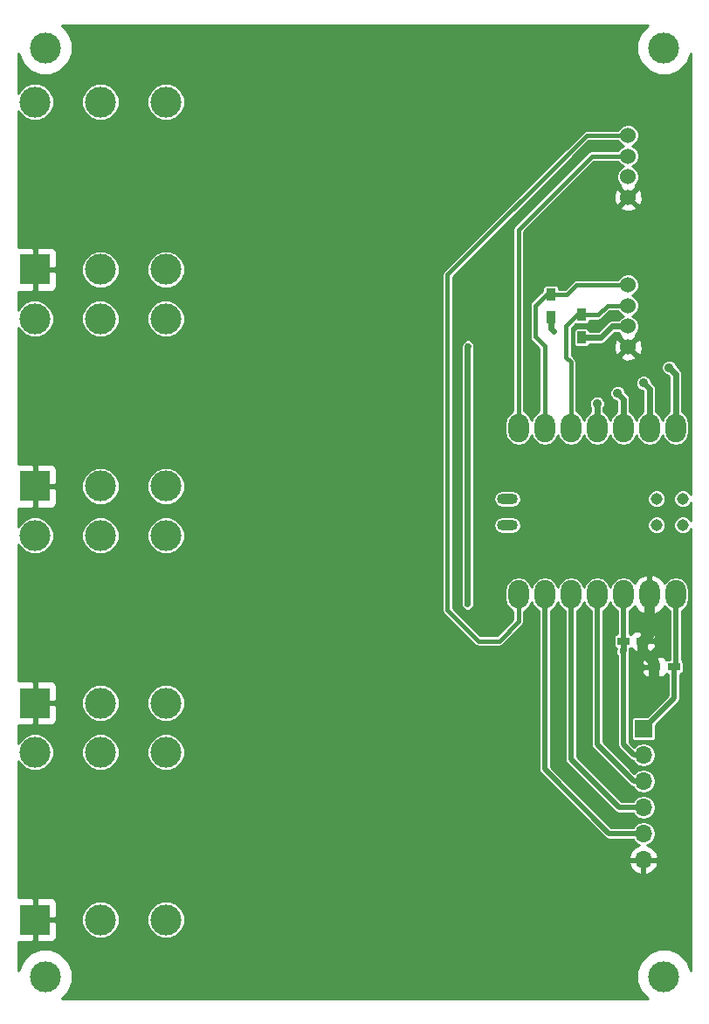
<source format=gtl>
G04 #@! TF.FileFunction,Copper,L1,Top,Signal*
%FSLAX46Y46*%
G04 Gerber Fmt 4.6, Leading zero omitted, Abs format (unit mm)*
G04 Created by KiCad (PCBNEW 4.0.7) date 09/24/20 20:34:46*
%MOMM*%
%LPD*%
G01*
G04 APERTURE LIST*
%ADD10C,0.200000*%
%ADD11C,3.000000*%
%ADD12C,1.524000*%
%ADD13R,1.200000X0.750000*%
%ADD14R,1.700000X1.700000*%
%ADD15O,1.700000X1.700000*%
%ADD16R,0.900000X1.200000*%
%ADD17O,1.998980X2.748280*%
%ADD18O,2.032000X1.016000*%
%ADD19C,1.143000*%
%ADD20R,3.000000X3.000000*%
%ADD21C,0.600000*%
%ADD22C,0.500000*%
%ADD23C,0.889000*%
%ADD24C,0.600000*%
%ADD25C,0.500000*%
%ADD26C,1.000000*%
%ADD27C,0.400000*%
%ADD28C,0.254000*%
G04 APERTURE END LIST*
D10*
D11*
X214500000Y-81000000D03*
X214500000Y-171000000D03*
X154500000Y-171000000D03*
X154500000Y-81000000D03*
D12*
X211000000Y-104000000D03*
X211000000Y-106000000D03*
X211000000Y-108000000D03*
X211000000Y-110000000D03*
D13*
X215450000Y-141000000D03*
X213550000Y-141000000D03*
X210550000Y-138500000D03*
X212450000Y-138500000D03*
D14*
X212500000Y-147000000D03*
D15*
X212500000Y-149540000D03*
X212500000Y-152080000D03*
X212500000Y-154620000D03*
X212500000Y-157160000D03*
X212500000Y-159700000D03*
D12*
X211000000Y-89500000D03*
X211000000Y-91500000D03*
X211000000Y-93500000D03*
X211000000Y-95500000D03*
D16*
X203500000Y-104900000D03*
X203500000Y-107100000D03*
X206500000Y-106900000D03*
X206500000Y-109100000D03*
D17*
X215617820Y-133997680D03*
X213077820Y-133997680D03*
X210537820Y-133997680D03*
X207997820Y-133997680D03*
X205457820Y-133997680D03*
X202917820Y-133997680D03*
X200377820Y-133997680D03*
X200377820Y-117833120D03*
X202917820Y-117833120D03*
X205457820Y-117833120D03*
X207997820Y-117833120D03*
X210537820Y-117833120D03*
X213077820Y-117833120D03*
X215617820Y-117833120D03*
D18*
X199300000Y-124700000D03*
X199300000Y-127250000D03*
D19*
X216304187Y-124698803D03*
X216304187Y-127238803D03*
X213764187Y-124698803D03*
X213764187Y-127238803D03*
D11*
X159850000Y-86270000D03*
X166200000Y-86270000D03*
X153500000Y-86270000D03*
X159850000Y-102500000D03*
X166200000Y-102500000D03*
D20*
X153500000Y-102500000D03*
D11*
X159850000Y-107270000D03*
X166200000Y-107270000D03*
X153500000Y-107270000D03*
X159850000Y-123500000D03*
X166200000Y-123500000D03*
D20*
X153500000Y-123500000D03*
D11*
X159850000Y-128270000D03*
X166200000Y-128270000D03*
X153500000Y-128270000D03*
X159850000Y-144500000D03*
X166200000Y-144500000D03*
D20*
X153500000Y-144500000D03*
D11*
X159850000Y-149270000D03*
X166200000Y-149270000D03*
X153500000Y-149270000D03*
X159850000Y-165500000D03*
X166200000Y-165500000D03*
D20*
X153500000Y-165500000D03*
D21*
X210450000Y-139500000D03*
X195450000Y-134900000D03*
X195500000Y-109900000D03*
D22*
X203750000Y-108500000D03*
X213000000Y-143500000D03*
D23*
X215000000Y-112000000D03*
X212500000Y-113500000D03*
X210000000Y-114500000D03*
X208000000Y-115500000D03*
D24*
X210550000Y-139400000D02*
X210550000Y-138500000D01*
X210450000Y-139500000D02*
X210550000Y-139400000D01*
X195450000Y-109950000D02*
X195450000Y-134900000D01*
X195500000Y-109900000D02*
X195450000Y-109950000D01*
X203500000Y-107100000D02*
X203500000Y-108250000D01*
X203500000Y-108250000D02*
X203750000Y-108500000D01*
X206500000Y-109100000D02*
X208350000Y-109100000D01*
X209450000Y-108000000D02*
X211000000Y-108000000D01*
X208350000Y-109100000D02*
X209450000Y-108000000D01*
D25*
X210550000Y-138500000D02*
X210550000Y-148550000D01*
X210550000Y-148550000D02*
X211540000Y-149540000D01*
X211540000Y-149540000D02*
X212500000Y-149540000D01*
X210537820Y-133997680D02*
X210537820Y-138487820D01*
X210537820Y-138487820D02*
X210550000Y-138500000D01*
D26*
X213550000Y-141000000D02*
X213550000Y-142950000D01*
X213550000Y-142950000D02*
X213000000Y-143500000D01*
X213550000Y-141000000D02*
X213550000Y-140550000D01*
X212450000Y-139450000D02*
X212450000Y-138500000D01*
X213550000Y-140550000D02*
X212450000Y-139450000D01*
X213077820Y-133997680D02*
X213077820Y-137872180D01*
X213077820Y-137872180D02*
X212450000Y-138500000D01*
D27*
X206500000Y-106900000D02*
X208100000Y-106900000D01*
X209000000Y-106000000D02*
X211000000Y-106000000D01*
X208100000Y-106900000D02*
X209000000Y-106000000D01*
X205457820Y-117833120D02*
X205457820Y-111457820D01*
X205000000Y-108000000D02*
X206100000Y-106900000D01*
X205000000Y-111000000D02*
X205000000Y-108000000D01*
X205457820Y-111457820D02*
X205000000Y-111000000D01*
X206100000Y-106900000D02*
X206500000Y-106900000D01*
X203500000Y-104900000D02*
X205100000Y-104900000D01*
X206000000Y-104000000D02*
X211000000Y-104000000D01*
X205100000Y-104900000D02*
X206000000Y-104000000D01*
X202917820Y-117833120D02*
X202917820Y-109917820D01*
X202000000Y-106000000D02*
X203100000Y-104900000D01*
X202000000Y-109000000D02*
X202000000Y-106000000D01*
X202917820Y-109917820D02*
X202000000Y-109000000D01*
X203100000Y-104900000D02*
X203500000Y-104900000D01*
D25*
X215450000Y-141000000D02*
X215450000Y-144050000D01*
X215450000Y-144050000D02*
X212500000Y-147000000D01*
X215617820Y-133997680D02*
X215617820Y-140832180D01*
X215617820Y-140832180D02*
X215450000Y-141000000D01*
D24*
X215617820Y-117833120D02*
X215617820Y-112617820D01*
X215617820Y-112617820D02*
X215000000Y-112000000D01*
X213077820Y-117833120D02*
X213077820Y-114077820D01*
X213077820Y-114077820D02*
X212500000Y-113500000D01*
X210537820Y-117833120D02*
X210537820Y-115037820D01*
X210537820Y-115037820D02*
X210000000Y-114500000D01*
X207997820Y-117833120D02*
X207997820Y-115502180D01*
X207997820Y-115502180D02*
X208000000Y-115500000D01*
D25*
X207997820Y-133997680D02*
X207997820Y-148497820D01*
X211580000Y-152080000D02*
X212500000Y-152080000D01*
X207997820Y-148497820D02*
X211580000Y-152080000D01*
X205457820Y-133997680D02*
X205457820Y-149957820D01*
X210120000Y-154620000D02*
X212500000Y-154620000D01*
X205457820Y-149957820D02*
X210120000Y-154620000D01*
X202917820Y-133997680D02*
X202917820Y-150917820D01*
X209160000Y-157160000D02*
X212500000Y-157160000D01*
X202917820Y-150917820D02*
X209160000Y-157160000D01*
D27*
X200377820Y-133997680D02*
X200377820Y-136622180D01*
X207000000Y-89500000D02*
X211000000Y-89500000D01*
X193500000Y-103000000D02*
X207000000Y-89500000D01*
X193500000Y-135500000D02*
X193500000Y-103000000D01*
X196500000Y-138500000D02*
X193500000Y-135500000D01*
X198500000Y-138500000D02*
X196500000Y-138500000D01*
X200377820Y-136622180D02*
X198500000Y-138500000D01*
X200377820Y-117833120D02*
X200377820Y-98622180D01*
X207500000Y-91500000D02*
X211000000Y-91500000D01*
X200377820Y-98622180D02*
X207500000Y-91500000D01*
D28*
G36*
X212274236Y-79509981D02*
X211873457Y-80475165D01*
X211872545Y-81520250D01*
X212271639Y-82486132D01*
X213009981Y-83225764D01*
X213975165Y-83626543D01*
X215020250Y-83627455D01*
X215986132Y-83228361D01*
X216725764Y-82490019D01*
X217122494Y-81534586D01*
X217123000Y-81537131D01*
X217123000Y-124327629D01*
X217066343Y-124190508D01*
X216813811Y-123937536D01*
X216483694Y-123800459D01*
X216126248Y-123800147D01*
X215795892Y-123936647D01*
X215542920Y-124189179D01*
X215405843Y-124519296D01*
X215405531Y-124876742D01*
X215542031Y-125207098D01*
X215794563Y-125460070D01*
X216124680Y-125597147D01*
X216482126Y-125597459D01*
X216812482Y-125460959D01*
X217065454Y-125208427D01*
X217123000Y-125069841D01*
X217123000Y-126867629D01*
X217066343Y-126730508D01*
X216813811Y-126477536D01*
X216483694Y-126340459D01*
X216126248Y-126340147D01*
X215795892Y-126476647D01*
X215542920Y-126729179D01*
X215405843Y-127059296D01*
X215405531Y-127416742D01*
X215542031Y-127747098D01*
X215794563Y-128000070D01*
X216124680Y-128137147D01*
X216482126Y-128137459D01*
X216812482Y-128000959D01*
X217065454Y-127748427D01*
X217123000Y-127609841D01*
X217123000Y-170462869D01*
X217122181Y-170466986D01*
X216728361Y-169513868D01*
X215990019Y-168774236D01*
X215024835Y-168373457D01*
X213979750Y-168372545D01*
X213013868Y-168771639D01*
X212274236Y-169509981D01*
X211873457Y-170475165D01*
X211872545Y-171520250D01*
X212271639Y-172486132D01*
X212907396Y-173123000D01*
X156091677Y-173123000D01*
X156725764Y-172490019D01*
X157126543Y-171524835D01*
X157127455Y-170479750D01*
X156728361Y-169513868D01*
X155990019Y-168774236D01*
X155024835Y-168373457D01*
X153979750Y-168372545D01*
X153013868Y-168771639D01*
X152274236Y-169509981D01*
X151877506Y-170465414D01*
X151877000Y-170462869D01*
X151877000Y-167635000D01*
X153214250Y-167635000D01*
X153373000Y-167476250D01*
X153373000Y-165627000D01*
X153627000Y-165627000D01*
X153627000Y-167476250D01*
X153785750Y-167635000D01*
X155126310Y-167635000D01*
X155359699Y-167538327D01*
X155538327Y-167359698D01*
X155635000Y-167126309D01*
X155635000Y-165861818D01*
X158022684Y-165861818D01*
X158300242Y-166533560D01*
X158813736Y-167047952D01*
X159484993Y-167326682D01*
X160211818Y-167327316D01*
X160883560Y-167049758D01*
X161397952Y-166536264D01*
X161676682Y-165865007D01*
X161676684Y-165861818D01*
X164372684Y-165861818D01*
X164650242Y-166533560D01*
X165163736Y-167047952D01*
X165834993Y-167326682D01*
X166561818Y-167327316D01*
X167233560Y-167049758D01*
X167747952Y-166536264D01*
X168026682Y-165865007D01*
X168027316Y-165138182D01*
X167749758Y-164466440D01*
X167236264Y-163952048D01*
X166565007Y-163673318D01*
X165838182Y-163672684D01*
X165166440Y-163950242D01*
X164652048Y-164463736D01*
X164373318Y-165134993D01*
X164372684Y-165861818D01*
X161676684Y-165861818D01*
X161677316Y-165138182D01*
X161399758Y-164466440D01*
X160886264Y-163952048D01*
X160215007Y-163673318D01*
X159488182Y-163672684D01*
X158816440Y-163950242D01*
X158302048Y-164463736D01*
X158023318Y-165134993D01*
X158022684Y-165861818D01*
X155635000Y-165861818D01*
X155635000Y-165785750D01*
X155476250Y-165627000D01*
X153627000Y-165627000D01*
X153373000Y-165627000D01*
X153353000Y-165627000D01*
X153353000Y-165373000D01*
X153373000Y-165373000D01*
X153373000Y-163523750D01*
X153627000Y-163523750D01*
X153627000Y-165373000D01*
X155476250Y-165373000D01*
X155635000Y-165214250D01*
X155635000Y-163873691D01*
X155538327Y-163640302D01*
X155359699Y-163461673D01*
X155126310Y-163365000D01*
X153785750Y-163365000D01*
X153627000Y-163523750D01*
X153373000Y-163523750D01*
X153214250Y-163365000D01*
X151877000Y-163365000D01*
X151877000Y-160056890D01*
X211058524Y-160056890D01*
X211228355Y-160466924D01*
X211618642Y-160895183D01*
X212143108Y-161141486D01*
X212373000Y-161020819D01*
X212373000Y-159827000D01*
X212627000Y-159827000D01*
X212627000Y-161020819D01*
X212856892Y-161141486D01*
X213381358Y-160895183D01*
X213771645Y-160466924D01*
X213941476Y-160056890D01*
X213820155Y-159827000D01*
X212627000Y-159827000D01*
X212373000Y-159827000D01*
X211179845Y-159827000D01*
X211058524Y-160056890D01*
X151877000Y-160056890D01*
X151877000Y-150126301D01*
X151950242Y-150303560D01*
X152463736Y-150817952D01*
X153134993Y-151096682D01*
X153861818Y-151097316D01*
X154533560Y-150819758D01*
X155047952Y-150306264D01*
X155326682Y-149635007D01*
X155326684Y-149631818D01*
X158022684Y-149631818D01*
X158300242Y-150303560D01*
X158813736Y-150817952D01*
X159484993Y-151096682D01*
X160211818Y-151097316D01*
X160883560Y-150819758D01*
X161397952Y-150306264D01*
X161676682Y-149635007D01*
X161676684Y-149631818D01*
X164372684Y-149631818D01*
X164650242Y-150303560D01*
X165163736Y-150817952D01*
X165834993Y-151096682D01*
X166561818Y-151097316D01*
X167233560Y-150819758D01*
X167747952Y-150306264D01*
X168026682Y-149635007D01*
X168027316Y-148908182D01*
X167749758Y-148236440D01*
X167236264Y-147722048D01*
X166565007Y-147443318D01*
X165838182Y-147442684D01*
X165166440Y-147720242D01*
X164652048Y-148233736D01*
X164373318Y-148904993D01*
X164372684Y-149631818D01*
X161676684Y-149631818D01*
X161677316Y-148908182D01*
X161399758Y-148236440D01*
X160886264Y-147722048D01*
X160215007Y-147443318D01*
X159488182Y-147442684D01*
X158816440Y-147720242D01*
X158302048Y-148233736D01*
X158023318Y-148904993D01*
X158022684Y-149631818D01*
X155326684Y-149631818D01*
X155327316Y-148908182D01*
X155049758Y-148236440D01*
X154536264Y-147722048D01*
X153865007Y-147443318D01*
X153138182Y-147442684D01*
X152466440Y-147720242D01*
X151952048Y-148233736D01*
X151877000Y-148414472D01*
X151877000Y-146635000D01*
X153214250Y-146635000D01*
X153373000Y-146476250D01*
X153373000Y-144627000D01*
X153627000Y-144627000D01*
X153627000Y-146476250D01*
X153785750Y-146635000D01*
X155126310Y-146635000D01*
X155359699Y-146538327D01*
X155538327Y-146359698D01*
X155635000Y-146126309D01*
X155635000Y-144861818D01*
X158022684Y-144861818D01*
X158300242Y-145533560D01*
X158813736Y-146047952D01*
X159484993Y-146326682D01*
X160211818Y-146327316D01*
X160883560Y-146049758D01*
X161397952Y-145536264D01*
X161676682Y-144865007D01*
X161676684Y-144861818D01*
X164372684Y-144861818D01*
X164650242Y-145533560D01*
X165163736Y-146047952D01*
X165834993Y-146326682D01*
X166561818Y-146327316D01*
X167233560Y-146049758D01*
X167747952Y-145536264D01*
X168026682Y-144865007D01*
X168027316Y-144138182D01*
X167749758Y-143466440D01*
X167236264Y-142952048D01*
X166565007Y-142673318D01*
X165838182Y-142672684D01*
X165166440Y-142950242D01*
X164652048Y-143463736D01*
X164373318Y-144134993D01*
X164372684Y-144861818D01*
X161676684Y-144861818D01*
X161677316Y-144138182D01*
X161399758Y-143466440D01*
X160886264Y-142952048D01*
X160215007Y-142673318D01*
X159488182Y-142672684D01*
X158816440Y-142950242D01*
X158302048Y-143463736D01*
X158023318Y-144134993D01*
X158022684Y-144861818D01*
X155635000Y-144861818D01*
X155635000Y-144785750D01*
X155476250Y-144627000D01*
X153627000Y-144627000D01*
X153373000Y-144627000D01*
X153353000Y-144627000D01*
X153353000Y-144373000D01*
X153373000Y-144373000D01*
X153373000Y-142523750D01*
X153627000Y-142523750D01*
X153627000Y-144373000D01*
X155476250Y-144373000D01*
X155635000Y-144214250D01*
X155635000Y-142873691D01*
X155538327Y-142640302D01*
X155359699Y-142461673D01*
X155126310Y-142365000D01*
X153785750Y-142365000D01*
X153627000Y-142523750D01*
X153373000Y-142523750D01*
X153214250Y-142365000D01*
X151877000Y-142365000D01*
X151877000Y-129126301D01*
X151950242Y-129303560D01*
X152463736Y-129817952D01*
X153134993Y-130096682D01*
X153861818Y-130097316D01*
X154533560Y-129819758D01*
X155047952Y-129306264D01*
X155326682Y-128635007D01*
X155326684Y-128631818D01*
X158022684Y-128631818D01*
X158300242Y-129303560D01*
X158813736Y-129817952D01*
X159484993Y-130096682D01*
X160211818Y-130097316D01*
X160883560Y-129819758D01*
X161397952Y-129306264D01*
X161676682Y-128635007D01*
X161676684Y-128631818D01*
X164372684Y-128631818D01*
X164650242Y-129303560D01*
X165163736Y-129817952D01*
X165834993Y-130096682D01*
X166561818Y-130097316D01*
X167233560Y-129819758D01*
X167747952Y-129306264D01*
X168026682Y-128635007D01*
X168027316Y-127908182D01*
X167749758Y-127236440D01*
X167236264Y-126722048D01*
X166565007Y-126443318D01*
X165838182Y-126442684D01*
X165166440Y-126720242D01*
X164652048Y-127233736D01*
X164373318Y-127904993D01*
X164372684Y-128631818D01*
X161676684Y-128631818D01*
X161677316Y-127908182D01*
X161399758Y-127236440D01*
X160886264Y-126722048D01*
X160215007Y-126443318D01*
X159488182Y-126442684D01*
X158816440Y-126720242D01*
X158302048Y-127233736D01*
X158023318Y-127904993D01*
X158022684Y-128631818D01*
X155326684Y-128631818D01*
X155327316Y-127908182D01*
X155049758Y-127236440D01*
X154536264Y-126722048D01*
X153865007Y-126443318D01*
X153138182Y-126442684D01*
X152466440Y-126720242D01*
X151952048Y-127233736D01*
X151877000Y-127414472D01*
X151877000Y-125635000D01*
X153214250Y-125635000D01*
X153373000Y-125476250D01*
X153373000Y-123627000D01*
X153627000Y-123627000D01*
X153627000Y-125476250D01*
X153785750Y-125635000D01*
X155126310Y-125635000D01*
X155359699Y-125538327D01*
X155538327Y-125359698D01*
X155635000Y-125126309D01*
X155635000Y-123861818D01*
X158022684Y-123861818D01*
X158300242Y-124533560D01*
X158813736Y-125047952D01*
X159484993Y-125326682D01*
X160211818Y-125327316D01*
X160883560Y-125049758D01*
X161397952Y-124536264D01*
X161676682Y-123865007D01*
X161676684Y-123861818D01*
X164372684Y-123861818D01*
X164650242Y-124533560D01*
X165163736Y-125047952D01*
X165834993Y-125326682D01*
X166561818Y-125327316D01*
X167233560Y-125049758D01*
X167747952Y-124536264D01*
X168026682Y-123865007D01*
X168027316Y-123138182D01*
X167749758Y-122466440D01*
X167236264Y-121952048D01*
X166565007Y-121673318D01*
X165838182Y-121672684D01*
X165166440Y-121950242D01*
X164652048Y-122463736D01*
X164373318Y-123134993D01*
X164372684Y-123861818D01*
X161676684Y-123861818D01*
X161677316Y-123138182D01*
X161399758Y-122466440D01*
X160886264Y-121952048D01*
X160215007Y-121673318D01*
X159488182Y-121672684D01*
X158816440Y-121950242D01*
X158302048Y-122463736D01*
X158023318Y-123134993D01*
X158022684Y-123861818D01*
X155635000Y-123861818D01*
X155635000Y-123785750D01*
X155476250Y-123627000D01*
X153627000Y-123627000D01*
X153373000Y-123627000D01*
X153353000Y-123627000D01*
X153353000Y-123373000D01*
X153373000Y-123373000D01*
X153373000Y-121523750D01*
X153627000Y-121523750D01*
X153627000Y-123373000D01*
X155476250Y-123373000D01*
X155635000Y-123214250D01*
X155635000Y-121873691D01*
X155538327Y-121640302D01*
X155359699Y-121461673D01*
X155126310Y-121365000D01*
X153785750Y-121365000D01*
X153627000Y-121523750D01*
X153373000Y-121523750D01*
X153214250Y-121365000D01*
X151877000Y-121365000D01*
X151877000Y-108126301D01*
X151950242Y-108303560D01*
X152463736Y-108817952D01*
X153134993Y-109096682D01*
X153861818Y-109097316D01*
X154533560Y-108819758D01*
X155047952Y-108306264D01*
X155326682Y-107635007D01*
X155326684Y-107631818D01*
X158022684Y-107631818D01*
X158300242Y-108303560D01*
X158813736Y-108817952D01*
X159484993Y-109096682D01*
X160211818Y-109097316D01*
X160883560Y-108819758D01*
X161397952Y-108306264D01*
X161676682Y-107635007D01*
X161676684Y-107631818D01*
X164372684Y-107631818D01*
X164650242Y-108303560D01*
X165163736Y-108817952D01*
X165834993Y-109096682D01*
X166561818Y-109097316D01*
X167233560Y-108819758D01*
X167747952Y-108306264D01*
X168026682Y-107635007D01*
X168027316Y-106908182D01*
X167749758Y-106236440D01*
X167236264Y-105722048D01*
X166565007Y-105443318D01*
X165838182Y-105442684D01*
X165166440Y-105720242D01*
X164652048Y-106233736D01*
X164373318Y-106904993D01*
X164372684Y-107631818D01*
X161676684Y-107631818D01*
X161677316Y-106908182D01*
X161399758Y-106236440D01*
X160886264Y-105722048D01*
X160215007Y-105443318D01*
X159488182Y-105442684D01*
X158816440Y-105720242D01*
X158302048Y-106233736D01*
X158023318Y-106904993D01*
X158022684Y-107631818D01*
X155326684Y-107631818D01*
X155327316Y-106908182D01*
X155049758Y-106236440D01*
X154536264Y-105722048D01*
X153865007Y-105443318D01*
X153138182Y-105442684D01*
X152466440Y-105720242D01*
X151952048Y-106233736D01*
X151877000Y-106414472D01*
X151877000Y-104635000D01*
X153214250Y-104635000D01*
X153373000Y-104476250D01*
X153373000Y-102627000D01*
X153627000Y-102627000D01*
X153627000Y-104476250D01*
X153785750Y-104635000D01*
X155126310Y-104635000D01*
X155359699Y-104538327D01*
X155538327Y-104359698D01*
X155635000Y-104126309D01*
X155635000Y-102861818D01*
X158022684Y-102861818D01*
X158300242Y-103533560D01*
X158813736Y-104047952D01*
X159484993Y-104326682D01*
X160211818Y-104327316D01*
X160883560Y-104049758D01*
X161397952Y-103536264D01*
X161676682Y-102865007D01*
X161676684Y-102861818D01*
X164372684Y-102861818D01*
X164650242Y-103533560D01*
X165163736Y-104047952D01*
X165834993Y-104326682D01*
X166561818Y-104327316D01*
X167233560Y-104049758D01*
X167747952Y-103536264D01*
X167970628Y-103000000D01*
X192973000Y-103000000D01*
X192973000Y-135500000D01*
X193013115Y-135701675D01*
X193127355Y-135872645D01*
X196127355Y-138872645D01*
X196298326Y-138986885D01*
X196500000Y-139027000D01*
X198500000Y-139027000D01*
X198701675Y-138986885D01*
X198872645Y-138872645D01*
X200750466Y-136994825D01*
X200864705Y-136823854D01*
X200904820Y-136622180D01*
X200904820Y-135618229D01*
X201315790Y-135343627D01*
X201603337Y-134913283D01*
X201647820Y-134689652D01*
X201692303Y-134913283D01*
X201979850Y-135343627D01*
X202340820Y-135584820D01*
X202340820Y-150917815D01*
X202340819Y-150917820D01*
X202384742Y-151138628D01*
X202509819Y-151325821D01*
X208751997Y-157567998D01*
X208751999Y-157568001D01*
X208939192Y-157693078D01*
X209160000Y-157737001D01*
X209160005Y-157737000D01*
X211474114Y-157737000D01*
X211644676Y-157992265D01*
X212026523Y-158247406D01*
X212125035Y-158267001D01*
X211618642Y-158504817D01*
X211228355Y-158933076D01*
X211058524Y-159343110D01*
X211179845Y-159573000D01*
X212373000Y-159573000D01*
X212373000Y-159553000D01*
X212627000Y-159553000D01*
X212627000Y-159573000D01*
X213820155Y-159573000D01*
X213941476Y-159343110D01*
X213771645Y-158933076D01*
X213381358Y-158504817D01*
X212874965Y-158267001D01*
X212973477Y-158247406D01*
X213355324Y-157992265D01*
X213610465Y-157610418D01*
X213700059Y-157160000D01*
X213610465Y-156709582D01*
X213355324Y-156327735D01*
X212973477Y-156072594D01*
X212523059Y-155983000D01*
X212476941Y-155983000D01*
X212026523Y-156072594D01*
X211644676Y-156327735D01*
X211474114Y-156583000D01*
X209399001Y-156583000D01*
X203494820Y-150678818D01*
X203494820Y-135584820D01*
X203855790Y-135343627D01*
X204143337Y-134913283D01*
X204187820Y-134689652D01*
X204232303Y-134913283D01*
X204519850Y-135343627D01*
X204880820Y-135584820D01*
X204880820Y-149957815D01*
X204880819Y-149957820D01*
X204924742Y-150178628D01*
X205049819Y-150365821D01*
X209711997Y-155027998D01*
X209711999Y-155028001D01*
X209899192Y-155153078D01*
X210120000Y-155197000D01*
X211474114Y-155197000D01*
X211644676Y-155452265D01*
X212026523Y-155707406D01*
X212476941Y-155797000D01*
X212523059Y-155797000D01*
X212973477Y-155707406D01*
X213355324Y-155452265D01*
X213610465Y-155070418D01*
X213700059Y-154620000D01*
X213610465Y-154169582D01*
X213355324Y-153787735D01*
X212973477Y-153532594D01*
X212523059Y-153443000D01*
X212476941Y-153443000D01*
X212026523Y-153532594D01*
X211644676Y-153787735D01*
X211474114Y-154043000D01*
X210359001Y-154043000D01*
X206034820Y-149718818D01*
X206034820Y-135584820D01*
X206395790Y-135343627D01*
X206683337Y-134913283D01*
X206727820Y-134689652D01*
X206772303Y-134913283D01*
X207059850Y-135343627D01*
X207420820Y-135584820D01*
X207420820Y-148497815D01*
X207420819Y-148497820D01*
X207464742Y-148718628D01*
X207589819Y-148905821D01*
X211171997Y-152487998D01*
X211171999Y-152488001D01*
X211359192Y-152613078D01*
X211457884Y-152632710D01*
X211644676Y-152912265D01*
X212026523Y-153167406D01*
X212476941Y-153257000D01*
X212523059Y-153257000D01*
X212973477Y-153167406D01*
X213355324Y-152912265D01*
X213610465Y-152530418D01*
X213700059Y-152080000D01*
X213610465Y-151629582D01*
X213355324Y-151247735D01*
X212973477Y-150992594D01*
X212523059Y-150903000D01*
X212476941Y-150903000D01*
X212026523Y-150992594D01*
X211644676Y-151247735D01*
X211612256Y-151296255D01*
X208574820Y-148258818D01*
X208574820Y-135584820D01*
X208935790Y-135343627D01*
X209223337Y-134913283D01*
X209267820Y-134689652D01*
X209312303Y-134913283D01*
X209599850Y-135343627D01*
X209960820Y-135584820D01*
X209960820Y-137791594D01*
X209950000Y-137791594D01*
X209828821Y-137814395D01*
X209717526Y-137886012D01*
X209642862Y-137995286D01*
X209616594Y-138125000D01*
X209616594Y-138875000D01*
X209639395Y-138996179D01*
X209711012Y-139107474D01*
X209820286Y-139182138D01*
X209896660Y-139197604D01*
X209823109Y-139374735D01*
X209822891Y-139624171D01*
X209918145Y-139854703D01*
X209973000Y-139909654D01*
X209973000Y-148549995D01*
X209972999Y-148550000D01*
X210016922Y-148770808D01*
X210141999Y-148958001D01*
X211131997Y-149947998D01*
X211131999Y-149948001D01*
X211244213Y-150022979D01*
X211319191Y-150073078D01*
X211464015Y-150101886D01*
X211644676Y-150372265D01*
X212026523Y-150627406D01*
X212476941Y-150717000D01*
X212523059Y-150717000D01*
X212973477Y-150627406D01*
X213355324Y-150372265D01*
X213610465Y-149990418D01*
X213700059Y-149540000D01*
X213610465Y-149089582D01*
X213355324Y-148707735D01*
X212973477Y-148452594D01*
X212523059Y-148363000D01*
X212476941Y-148363000D01*
X212026523Y-148452594D01*
X211644676Y-148707735D01*
X211596234Y-148780233D01*
X211127000Y-148310998D01*
X211127000Y-146150000D01*
X211316594Y-146150000D01*
X211316594Y-147850000D01*
X211339395Y-147971179D01*
X211411012Y-148082474D01*
X211520286Y-148157138D01*
X211650000Y-148183406D01*
X213350000Y-148183406D01*
X213471179Y-148160605D01*
X213582474Y-148088988D01*
X213657138Y-147979714D01*
X213683406Y-147850000D01*
X213683406Y-146632596D01*
X215858001Y-144458001D01*
X215983078Y-144270808D01*
X216027001Y-144050000D01*
X216027000Y-144049995D01*
X216027000Y-141708406D01*
X216050000Y-141708406D01*
X216171179Y-141685605D01*
X216282474Y-141613988D01*
X216357138Y-141504714D01*
X216383406Y-141375000D01*
X216383406Y-140625000D01*
X216360605Y-140503821D01*
X216288988Y-140392526D01*
X216194820Y-140328184D01*
X216194820Y-135584820D01*
X216555790Y-135343627D01*
X216843337Y-134913283D01*
X216944310Y-134405657D01*
X216944310Y-133589703D01*
X216843337Y-133082077D01*
X216555790Y-132651733D01*
X216125446Y-132364186D01*
X215617820Y-132263213D01*
X215110194Y-132364186D01*
X214679850Y-132651733D01*
X214532747Y-132871887D01*
X214143776Y-132377468D01*
X213585979Y-132064357D01*
X213458174Y-132033411D01*
X213204820Y-132152765D01*
X213204820Y-133870680D01*
X213224820Y-133870680D01*
X213224820Y-134124680D01*
X213204820Y-134124680D01*
X213204820Y-135842595D01*
X213458174Y-135961949D01*
X213585979Y-135931003D01*
X214143776Y-135617892D01*
X214532747Y-135123473D01*
X214679850Y-135343627D01*
X215040820Y-135584820D01*
X215040820Y-140291594D01*
X214850000Y-140291594D01*
X214728821Y-140314395D01*
X214712905Y-140324637D01*
X214688327Y-140265301D01*
X214509698Y-140086673D01*
X214276309Y-139990000D01*
X213835750Y-139990000D01*
X213677000Y-140148750D01*
X213677000Y-140873000D01*
X213697000Y-140873000D01*
X213697000Y-141127000D01*
X213677000Y-141127000D01*
X213677000Y-141851250D01*
X213835750Y-142010000D01*
X214276309Y-142010000D01*
X214509698Y-141913327D01*
X214688327Y-141734699D01*
X214712346Y-141676713D01*
X214720286Y-141682138D01*
X214850000Y-141708406D01*
X214873000Y-141708406D01*
X214873000Y-143810998D01*
X212867404Y-145816594D01*
X211650000Y-145816594D01*
X211528821Y-145839395D01*
X211417526Y-145911012D01*
X211342862Y-146020286D01*
X211316594Y-146150000D01*
X211127000Y-146150000D01*
X211127000Y-141285750D01*
X212315000Y-141285750D01*
X212315000Y-141501310D01*
X212411673Y-141734699D01*
X212590302Y-141913327D01*
X212823691Y-142010000D01*
X213264250Y-142010000D01*
X213423000Y-141851250D01*
X213423000Y-141127000D01*
X212473750Y-141127000D01*
X212315000Y-141285750D01*
X211127000Y-141285750D01*
X211127000Y-140498690D01*
X212315000Y-140498690D01*
X212315000Y-140714250D01*
X212473750Y-140873000D01*
X213423000Y-140873000D01*
X213423000Y-140148750D01*
X213264250Y-139990000D01*
X212823691Y-139990000D01*
X212590302Y-140086673D01*
X212411673Y-140265301D01*
X212315000Y-140498690D01*
X211127000Y-140498690D01*
X211127000Y-139643343D01*
X211129272Y-139639943D01*
X211177000Y-139400000D01*
X211177000Y-139203326D01*
X211271179Y-139185605D01*
X211287095Y-139175363D01*
X211311673Y-139234699D01*
X211490302Y-139413327D01*
X211723691Y-139510000D01*
X212164250Y-139510000D01*
X212323000Y-139351250D01*
X212323000Y-138627000D01*
X212577000Y-138627000D01*
X212577000Y-139351250D01*
X212735750Y-139510000D01*
X213176309Y-139510000D01*
X213409698Y-139413327D01*
X213588327Y-139234699D01*
X213685000Y-139001310D01*
X213685000Y-138785750D01*
X213526250Y-138627000D01*
X212577000Y-138627000D01*
X212323000Y-138627000D01*
X212303000Y-138627000D01*
X212303000Y-138373000D01*
X212323000Y-138373000D01*
X212323000Y-137648750D01*
X212577000Y-137648750D01*
X212577000Y-138373000D01*
X213526250Y-138373000D01*
X213685000Y-138214250D01*
X213685000Y-137998690D01*
X213588327Y-137765301D01*
X213409698Y-137586673D01*
X213176309Y-137490000D01*
X212735750Y-137490000D01*
X212577000Y-137648750D01*
X212323000Y-137648750D01*
X212164250Y-137490000D01*
X211723691Y-137490000D01*
X211490302Y-137586673D01*
X211311673Y-137765301D01*
X211287654Y-137823287D01*
X211279714Y-137817862D01*
X211150000Y-137791594D01*
X211114820Y-137791594D01*
X211114820Y-135584820D01*
X211475790Y-135343627D01*
X211622893Y-135123473D01*
X212011864Y-135617892D01*
X212569661Y-135931003D01*
X212697466Y-135961949D01*
X212950820Y-135842595D01*
X212950820Y-134124680D01*
X212930820Y-134124680D01*
X212930820Y-133870680D01*
X212950820Y-133870680D01*
X212950820Y-132152765D01*
X212697466Y-132033411D01*
X212569661Y-132064357D01*
X212011864Y-132377468D01*
X211622893Y-132871887D01*
X211475790Y-132651733D01*
X211045446Y-132364186D01*
X210537820Y-132263213D01*
X210030194Y-132364186D01*
X209599850Y-132651733D01*
X209312303Y-133082077D01*
X209267820Y-133305708D01*
X209223337Y-133082077D01*
X208935790Y-132651733D01*
X208505446Y-132364186D01*
X207997820Y-132263213D01*
X207490194Y-132364186D01*
X207059850Y-132651733D01*
X206772303Y-133082077D01*
X206727820Y-133305708D01*
X206683337Y-133082077D01*
X206395790Y-132651733D01*
X205965446Y-132364186D01*
X205457820Y-132263213D01*
X204950194Y-132364186D01*
X204519850Y-132651733D01*
X204232303Y-133082077D01*
X204187820Y-133305708D01*
X204143337Y-133082077D01*
X203855790Y-132651733D01*
X203425446Y-132364186D01*
X202917820Y-132263213D01*
X202410194Y-132364186D01*
X201979850Y-132651733D01*
X201692303Y-133082077D01*
X201647820Y-133305708D01*
X201603337Y-133082077D01*
X201315790Y-132651733D01*
X200885446Y-132364186D01*
X200377820Y-132263213D01*
X199870194Y-132364186D01*
X199439850Y-132651733D01*
X199152303Y-133082077D01*
X199051330Y-133589703D01*
X199051330Y-134405657D01*
X199152303Y-134913283D01*
X199439850Y-135343627D01*
X199850820Y-135618229D01*
X199850820Y-136403889D01*
X198281710Y-137973000D01*
X196718290Y-137973000D01*
X194027000Y-135281710D01*
X194027000Y-135024171D01*
X194822891Y-135024171D01*
X194918145Y-135254703D01*
X195094369Y-135431235D01*
X195324735Y-135526891D01*
X195574171Y-135527109D01*
X195804703Y-135431855D01*
X195981235Y-135255631D01*
X196076891Y-135025265D01*
X196077109Y-134775829D01*
X196077000Y-134775565D01*
X196077000Y-127250000D01*
X197930689Y-127250000D01*
X197994250Y-127569541D01*
X198175255Y-127840434D01*
X198446148Y-128021439D01*
X198765689Y-128085000D01*
X199834311Y-128085000D01*
X200153852Y-128021439D01*
X200424745Y-127840434D01*
X200605750Y-127569541D01*
X200636143Y-127416742D01*
X212865531Y-127416742D01*
X213002031Y-127747098D01*
X213254563Y-128000070D01*
X213584680Y-128137147D01*
X213942126Y-128137459D01*
X214272482Y-128000959D01*
X214525454Y-127748427D01*
X214662531Y-127418310D01*
X214662843Y-127060864D01*
X214526343Y-126730508D01*
X214273811Y-126477536D01*
X213943694Y-126340459D01*
X213586248Y-126340147D01*
X213255892Y-126476647D01*
X213002920Y-126729179D01*
X212865843Y-127059296D01*
X212865531Y-127416742D01*
X200636143Y-127416742D01*
X200669311Y-127250000D01*
X200605750Y-126930459D01*
X200424745Y-126659566D01*
X200153852Y-126478561D01*
X199834311Y-126415000D01*
X198765689Y-126415000D01*
X198446148Y-126478561D01*
X198175255Y-126659566D01*
X197994250Y-126930459D01*
X197930689Y-127250000D01*
X196077000Y-127250000D01*
X196077000Y-124700000D01*
X197930689Y-124700000D01*
X197994250Y-125019541D01*
X198175255Y-125290434D01*
X198446148Y-125471439D01*
X198765689Y-125535000D01*
X199834311Y-125535000D01*
X200153852Y-125471439D01*
X200424745Y-125290434D01*
X200605750Y-125019541D01*
X200634154Y-124876742D01*
X212865531Y-124876742D01*
X213002031Y-125207098D01*
X213254563Y-125460070D01*
X213584680Y-125597147D01*
X213942126Y-125597459D01*
X214272482Y-125460959D01*
X214525454Y-125208427D01*
X214662531Y-124878310D01*
X214662843Y-124520864D01*
X214526343Y-124190508D01*
X214273811Y-123937536D01*
X213943694Y-123800459D01*
X213586248Y-123800147D01*
X213255892Y-123936647D01*
X213002920Y-124189179D01*
X212865843Y-124519296D01*
X212865531Y-124876742D01*
X200634154Y-124876742D01*
X200669311Y-124700000D01*
X200605750Y-124380459D01*
X200424745Y-124109566D01*
X200153852Y-123928561D01*
X199834311Y-123865000D01*
X198765689Y-123865000D01*
X198446148Y-123928561D01*
X198175255Y-124109566D01*
X197994250Y-124380459D01*
X197930689Y-124700000D01*
X196077000Y-124700000D01*
X196077000Y-110145416D01*
X196126891Y-110025265D01*
X196127109Y-109775829D01*
X196031855Y-109545297D01*
X195855631Y-109368765D01*
X195625265Y-109273109D01*
X195375829Y-109272891D01*
X195145297Y-109368145D01*
X194968765Y-109544369D01*
X194947962Y-109594467D01*
X194870728Y-109710057D01*
X194823000Y-109950000D01*
X194823000Y-134899453D01*
X194822891Y-135024171D01*
X194027000Y-135024171D01*
X194027000Y-103218290D01*
X207218290Y-90027000D01*
X210039452Y-90027000D01*
X210076252Y-90116063D01*
X210382326Y-90422671D01*
X210568518Y-90499985D01*
X210383937Y-90576252D01*
X210077329Y-90882326D01*
X210039678Y-90973000D01*
X207500000Y-90973000D01*
X207298326Y-91013115D01*
X207127355Y-91127354D01*
X200005175Y-98249535D01*
X199890935Y-98420505D01*
X199890935Y-98420506D01*
X199850820Y-98622180D01*
X199850820Y-116212571D01*
X199439850Y-116487173D01*
X199152303Y-116917517D01*
X199051330Y-117425143D01*
X199051330Y-118241097D01*
X199152303Y-118748723D01*
X199439850Y-119179067D01*
X199870194Y-119466614D01*
X200377820Y-119567587D01*
X200885446Y-119466614D01*
X201315790Y-119179067D01*
X201603337Y-118748723D01*
X201647820Y-118525092D01*
X201692303Y-118748723D01*
X201979850Y-119179067D01*
X202410194Y-119466614D01*
X202917820Y-119567587D01*
X203425446Y-119466614D01*
X203855790Y-119179067D01*
X204143337Y-118748723D01*
X204187820Y-118525092D01*
X204232303Y-118748723D01*
X204519850Y-119179067D01*
X204950194Y-119466614D01*
X205457820Y-119567587D01*
X205965446Y-119466614D01*
X206395790Y-119179067D01*
X206683337Y-118748723D01*
X206727820Y-118525092D01*
X206772303Y-118748723D01*
X207059850Y-119179067D01*
X207490194Y-119466614D01*
X207997820Y-119567587D01*
X208505446Y-119466614D01*
X208935790Y-119179067D01*
X209223337Y-118748723D01*
X209267820Y-118525092D01*
X209312303Y-118748723D01*
X209599850Y-119179067D01*
X210030194Y-119466614D01*
X210537820Y-119567587D01*
X211045446Y-119466614D01*
X211475790Y-119179067D01*
X211763337Y-118748723D01*
X211807820Y-118525092D01*
X211852303Y-118748723D01*
X212139850Y-119179067D01*
X212570194Y-119466614D01*
X213077820Y-119567587D01*
X213585446Y-119466614D01*
X214015790Y-119179067D01*
X214303337Y-118748723D01*
X214347820Y-118525092D01*
X214392303Y-118748723D01*
X214679850Y-119179067D01*
X215110194Y-119466614D01*
X215617820Y-119567587D01*
X216125446Y-119466614D01*
X216555790Y-119179067D01*
X216843337Y-118748723D01*
X216944310Y-118241097D01*
X216944310Y-117425143D01*
X216843337Y-116917517D01*
X216555790Y-116487173D01*
X216244820Y-116279389D01*
X216244820Y-112617820D01*
X216197092Y-112377877D01*
X216061176Y-112174464D01*
X215771601Y-111884889D01*
X215771634Y-111847212D01*
X215654428Y-111563551D01*
X215437590Y-111346335D01*
X215154134Y-111228634D01*
X214847212Y-111228366D01*
X214563551Y-111345572D01*
X214346335Y-111562410D01*
X214228634Y-111845866D01*
X214228366Y-112152788D01*
X214345572Y-112436449D01*
X214562410Y-112653665D01*
X214845866Y-112771366D01*
X214884688Y-112771400D01*
X214990820Y-112877532D01*
X214990820Y-116279389D01*
X214679850Y-116487173D01*
X214392303Y-116917517D01*
X214347820Y-117141148D01*
X214303337Y-116917517D01*
X214015790Y-116487173D01*
X213704820Y-116279389D01*
X213704820Y-114077820D01*
X213700608Y-114056644D01*
X213657093Y-113837878D01*
X213521176Y-113634464D01*
X213271601Y-113384889D01*
X213271634Y-113347212D01*
X213154428Y-113063551D01*
X212937590Y-112846335D01*
X212654134Y-112728634D01*
X212347212Y-112728366D01*
X212063551Y-112845572D01*
X211846335Y-113062410D01*
X211728634Y-113345866D01*
X211728366Y-113652788D01*
X211845572Y-113936449D01*
X212062410Y-114153665D01*
X212345866Y-114271366D01*
X212384688Y-114271400D01*
X212450820Y-114337532D01*
X212450820Y-116279389D01*
X212139850Y-116487173D01*
X211852303Y-116917517D01*
X211807820Y-117141148D01*
X211763337Y-116917517D01*
X211475790Y-116487173D01*
X211164820Y-116279389D01*
X211164820Y-115037820D01*
X211117092Y-114797877D01*
X210981176Y-114594464D01*
X210771601Y-114384889D01*
X210771634Y-114347212D01*
X210654428Y-114063551D01*
X210437590Y-113846335D01*
X210154134Y-113728634D01*
X209847212Y-113728366D01*
X209563551Y-113845572D01*
X209346335Y-114062410D01*
X209228634Y-114345866D01*
X209228366Y-114652788D01*
X209345572Y-114936449D01*
X209562410Y-115153665D01*
X209845866Y-115271366D01*
X209884688Y-115271400D01*
X209910820Y-115297532D01*
X209910820Y-116279389D01*
X209599850Y-116487173D01*
X209312303Y-116917517D01*
X209267820Y-117141148D01*
X209223337Y-116917517D01*
X208935790Y-116487173D01*
X208624820Y-116279389D01*
X208624820Y-115966385D01*
X208653665Y-115937590D01*
X208771366Y-115654134D01*
X208771634Y-115347212D01*
X208654428Y-115063551D01*
X208437590Y-114846335D01*
X208154134Y-114728634D01*
X207847212Y-114728366D01*
X207563551Y-114845572D01*
X207346335Y-115062410D01*
X207228634Y-115345866D01*
X207228366Y-115652788D01*
X207345572Y-115936449D01*
X207370820Y-115961741D01*
X207370820Y-116279389D01*
X207059850Y-116487173D01*
X206772303Y-116917517D01*
X206727820Y-117141148D01*
X206683337Y-116917517D01*
X206395790Y-116487173D01*
X205984820Y-116212571D01*
X205984820Y-111457820D01*
X205944705Y-111256146D01*
X205944705Y-111256145D01*
X205830465Y-111085175D01*
X205725503Y-110980213D01*
X210199392Y-110980213D01*
X210268857Y-111222397D01*
X210792302Y-111409144D01*
X211347368Y-111381362D01*
X211731143Y-111222397D01*
X211800608Y-110980213D01*
X211000000Y-110179605D01*
X210199392Y-110980213D01*
X205725503Y-110980213D01*
X205527000Y-110781710D01*
X205527000Y-108218290D01*
X205935143Y-107810147D01*
X206050000Y-107833406D01*
X206950000Y-107833406D01*
X207071179Y-107810605D01*
X207182474Y-107738988D01*
X207257138Y-107629714D01*
X207283406Y-107500000D01*
X207283406Y-107427000D01*
X208100000Y-107427000D01*
X208301675Y-107386885D01*
X208472645Y-107272645D01*
X209218290Y-106527000D01*
X210039452Y-106527000D01*
X210076252Y-106616063D01*
X210382326Y-106922671D01*
X210568518Y-106999985D01*
X210383937Y-107076252D01*
X210086671Y-107373000D01*
X209450000Y-107373000D01*
X209210058Y-107420727D01*
X209006644Y-107556644D01*
X208090288Y-108473000D01*
X207278326Y-108473000D01*
X207260605Y-108378821D01*
X207188988Y-108267526D01*
X207079714Y-108192862D01*
X206950000Y-108166594D01*
X206050000Y-108166594D01*
X205928821Y-108189395D01*
X205817526Y-108261012D01*
X205742862Y-108370286D01*
X205716594Y-108500000D01*
X205716594Y-109700000D01*
X205739395Y-109821179D01*
X205811012Y-109932474D01*
X205920286Y-110007138D01*
X206050000Y-110033406D01*
X206950000Y-110033406D01*
X207071179Y-110010605D01*
X207182474Y-109938988D01*
X207257138Y-109829714D01*
X207264714Y-109792302D01*
X209590856Y-109792302D01*
X209618638Y-110347368D01*
X209777603Y-110731143D01*
X210019787Y-110800608D01*
X210820395Y-110000000D01*
X211179605Y-110000000D01*
X211980213Y-110800608D01*
X212222397Y-110731143D01*
X212409144Y-110207698D01*
X212381362Y-109652632D01*
X212222397Y-109268857D01*
X211980213Y-109199392D01*
X211179605Y-110000000D01*
X210820395Y-110000000D01*
X210019787Y-109199392D01*
X209777603Y-109268857D01*
X209590856Y-109792302D01*
X207264714Y-109792302D01*
X207277938Y-109727000D01*
X208350000Y-109727000D01*
X208589943Y-109679272D01*
X208793356Y-109543356D01*
X209709712Y-108627000D01*
X210087170Y-108627000D01*
X210261861Y-108801995D01*
X210199392Y-109019787D01*
X211000000Y-109820395D01*
X211800608Y-109019787D01*
X211738115Y-108801909D01*
X211922671Y-108617674D01*
X212088811Y-108217566D01*
X212089189Y-107784335D01*
X211923748Y-107383937D01*
X211617674Y-107077329D01*
X211431482Y-107000015D01*
X211616063Y-106923748D01*
X211922671Y-106617674D01*
X212088811Y-106217566D01*
X212089189Y-105784335D01*
X211923748Y-105383937D01*
X211617674Y-105077329D01*
X211431482Y-105000015D01*
X211616063Y-104923748D01*
X211922671Y-104617674D01*
X212088811Y-104217566D01*
X212089189Y-103784335D01*
X211923748Y-103383937D01*
X211617674Y-103077329D01*
X211217566Y-102911189D01*
X210784335Y-102910811D01*
X210383937Y-103076252D01*
X210077329Y-103382326D01*
X210039678Y-103473000D01*
X206000000Y-103473000D01*
X205831785Y-103506460D01*
X205798325Y-103513115D01*
X205627355Y-103627355D01*
X204881710Y-104373000D01*
X204283406Y-104373000D01*
X204283406Y-104300000D01*
X204260605Y-104178821D01*
X204188988Y-104067526D01*
X204079714Y-103992862D01*
X203950000Y-103966594D01*
X203050000Y-103966594D01*
X202928821Y-103989395D01*
X202817526Y-104061012D01*
X202742862Y-104170286D01*
X202716594Y-104300000D01*
X202716594Y-104538116D01*
X201627355Y-105627355D01*
X201513115Y-105798325D01*
X201506137Y-105833406D01*
X201473000Y-106000000D01*
X201473000Y-109000000D01*
X201513115Y-109201675D01*
X201627355Y-109372645D01*
X202390820Y-110136111D01*
X202390820Y-116212571D01*
X201979850Y-116487173D01*
X201692303Y-116917517D01*
X201647820Y-117141148D01*
X201603337Y-116917517D01*
X201315790Y-116487173D01*
X200904820Y-116212571D01*
X200904820Y-98840470D01*
X203265077Y-96480213D01*
X210199392Y-96480213D01*
X210268857Y-96722397D01*
X210792302Y-96909144D01*
X211347368Y-96881362D01*
X211731143Y-96722397D01*
X211800608Y-96480213D01*
X211000000Y-95679605D01*
X210199392Y-96480213D01*
X203265077Y-96480213D01*
X204452988Y-95292302D01*
X209590856Y-95292302D01*
X209618638Y-95847368D01*
X209777603Y-96231143D01*
X210019787Y-96300608D01*
X210820395Y-95500000D01*
X211179605Y-95500000D01*
X211980213Y-96300608D01*
X212222397Y-96231143D01*
X212409144Y-95707698D01*
X212381362Y-95152632D01*
X212222397Y-94768857D01*
X211980213Y-94699392D01*
X211179605Y-95500000D01*
X210820395Y-95500000D01*
X210019787Y-94699392D01*
X209777603Y-94768857D01*
X209590856Y-95292302D01*
X204452988Y-95292302D01*
X207718291Y-92027000D01*
X210039452Y-92027000D01*
X210076252Y-92116063D01*
X210382326Y-92422671D01*
X210568518Y-92499985D01*
X210383937Y-92576252D01*
X210077329Y-92882326D01*
X209911189Y-93282434D01*
X209910811Y-93715665D01*
X210076252Y-94116063D01*
X210261861Y-94301995D01*
X210199392Y-94519787D01*
X211000000Y-95320395D01*
X211800608Y-94519787D01*
X211738115Y-94301909D01*
X211922671Y-94117674D01*
X212088811Y-93717566D01*
X212089189Y-93284335D01*
X211923748Y-92883937D01*
X211617674Y-92577329D01*
X211431482Y-92500015D01*
X211616063Y-92423748D01*
X211922671Y-92117674D01*
X212088811Y-91717566D01*
X212089189Y-91284335D01*
X211923748Y-90883937D01*
X211617674Y-90577329D01*
X211431482Y-90500015D01*
X211616063Y-90423748D01*
X211922671Y-90117674D01*
X212088811Y-89717566D01*
X212089189Y-89284335D01*
X211923748Y-88883937D01*
X211617674Y-88577329D01*
X211217566Y-88411189D01*
X210784335Y-88410811D01*
X210383937Y-88576252D01*
X210077329Y-88882326D01*
X210039678Y-88973000D01*
X207000000Y-88973000D01*
X206798325Y-89013115D01*
X206627355Y-89127355D01*
X193127355Y-102627355D01*
X193013115Y-102798325D01*
X193013115Y-102798326D01*
X192973000Y-103000000D01*
X167970628Y-103000000D01*
X168026682Y-102865007D01*
X168027316Y-102138182D01*
X167749758Y-101466440D01*
X167236264Y-100952048D01*
X166565007Y-100673318D01*
X165838182Y-100672684D01*
X165166440Y-100950242D01*
X164652048Y-101463736D01*
X164373318Y-102134993D01*
X164372684Y-102861818D01*
X161676684Y-102861818D01*
X161677316Y-102138182D01*
X161399758Y-101466440D01*
X160886264Y-100952048D01*
X160215007Y-100673318D01*
X159488182Y-100672684D01*
X158816440Y-100950242D01*
X158302048Y-101463736D01*
X158023318Y-102134993D01*
X158022684Y-102861818D01*
X155635000Y-102861818D01*
X155635000Y-102785750D01*
X155476250Y-102627000D01*
X153627000Y-102627000D01*
X153373000Y-102627000D01*
X153353000Y-102627000D01*
X153353000Y-102373000D01*
X153373000Y-102373000D01*
X153373000Y-100523750D01*
X153627000Y-100523750D01*
X153627000Y-102373000D01*
X155476250Y-102373000D01*
X155635000Y-102214250D01*
X155635000Y-100873691D01*
X155538327Y-100640302D01*
X155359699Y-100461673D01*
X155126310Y-100365000D01*
X153785750Y-100365000D01*
X153627000Y-100523750D01*
X153373000Y-100523750D01*
X153214250Y-100365000D01*
X151877000Y-100365000D01*
X151877000Y-87126301D01*
X151950242Y-87303560D01*
X152463736Y-87817952D01*
X153134993Y-88096682D01*
X153861818Y-88097316D01*
X154533560Y-87819758D01*
X155047952Y-87306264D01*
X155326682Y-86635007D01*
X155326684Y-86631818D01*
X158022684Y-86631818D01*
X158300242Y-87303560D01*
X158813736Y-87817952D01*
X159484993Y-88096682D01*
X160211818Y-88097316D01*
X160883560Y-87819758D01*
X161397952Y-87306264D01*
X161676682Y-86635007D01*
X161676684Y-86631818D01*
X164372684Y-86631818D01*
X164650242Y-87303560D01*
X165163736Y-87817952D01*
X165834993Y-88096682D01*
X166561818Y-88097316D01*
X167233560Y-87819758D01*
X167747952Y-87306264D01*
X168026682Y-86635007D01*
X168027316Y-85908182D01*
X167749758Y-85236440D01*
X167236264Y-84722048D01*
X166565007Y-84443318D01*
X165838182Y-84442684D01*
X165166440Y-84720242D01*
X164652048Y-85233736D01*
X164373318Y-85904993D01*
X164372684Y-86631818D01*
X161676684Y-86631818D01*
X161677316Y-85908182D01*
X161399758Y-85236440D01*
X160886264Y-84722048D01*
X160215007Y-84443318D01*
X159488182Y-84442684D01*
X158816440Y-84720242D01*
X158302048Y-85233736D01*
X158023318Y-85904993D01*
X158022684Y-86631818D01*
X155326684Y-86631818D01*
X155327316Y-85908182D01*
X155049758Y-85236440D01*
X154536264Y-84722048D01*
X153865007Y-84443318D01*
X153138182Y-84442684D01*
X152466440Y-84720242D01*
X151952048Y-85233736D01*
X151877000Y-85414472D01*
X151877000Y-81537131D01*
X151877819Y-81533014D01*
X152271639Y-82486132D01*
X153009981Y-83225764D01*
X153975165Y-83626543D01*
X155020250Y-83627455D01*
X155986132Y-83228361D01*
X156725764Y-82490019D01*
X157126543Y-81524835D01*
X157127455Y-80479750D01*
X156728361Y-79513868D01*
X156092604Y-78877000D01*
X212908323Y-78877000D01*
X212274236Y-79509981D01*
X212274236Y-79509981D01*
G37*
X212274236Y-79509981D02*
X211873457Y-80475165D01*
X211872545Y-81520250D01*
X212271639Y-82486132D01*
X213009981Y-83225764D01*
X213975165Y-83626543D01*
X215020250Y-83627455D01*
X215986132Y-83228361D01*
X216725764Y-82490019D01*
X217122494Y-81534586D01*
X217123000Y-81537131D01*
X217123000Y-124327629D01*
X217066343Y-124190508D01*
X216813811Y-123937536D01*
X216483694Y-123800459D01*
X216126248Y-123800147D01*
X215795892Y-123936647D01*
X215542920Y-124189179D01*
X215405843Y-124519296D01*
X215405531Y-124876742D01*
X215542031Y-125207098D01*
X215794563Y-125460070D01*
X216124680Y-125597147D01*
X216482126Y-125597459D01*
X216812482Y-125460959D01*
X217065454Y-125208427D01*
X217123000Y-125069841D01*
X217123000Y-126867629D01*
X217066343Y-126730508D01*
X216813811Y-126477536D01*
X216483694Y-126340459D01*
X216126248Y-126340147D01*
X215795892Y-126476647D01*
X215542920Y-126729179D01*
X215405843Y-127059296D01*
X215405531Y-127416742D01*
X215542031Y-127747098D01*
X215794563Y-128000070D01*
X216124680Y-128137147D01*
X216482126Y-128137459D01*
X216812482Y-128000959D01*
X217065454Y-127748427D01*
X217123000Y-127609841D01*
X217123000Y-170462869D01*
X217122181Y-170466986D01*
X216728361Y-169513868D01*
X215990019Y-168774236D01*
X215024835Y-168373457D01*
X213979750Y-168372545D01*
X213013868Y-168771639D01*
X212274236Y-169509981D01*
X211873457Y-170475165D01*
X211872545Y-171520250D01*
X212271639Y-172486132D01*
X212907396Y-173123000D01*
X156091677Y-173123000D01*
X156725764Y-172490019D01*
X157126543Y-171524835D01*
X157127455Y-170479750D01*
X156728361Y-169513868D01*
X155990019Y-168774236D01*
X155024835Y-168373457D01*
X153979750Y-168372545D01*
X153013868Y-168771639D01*
X152274236Y-169509981D01*
X151877506Y-170465414D01*
X151877000Y-170462869D01*
X151877000Y-167635000D01*
X153214250Y-167635000D01*
X153373000Y-167476250D01*
X153373000Y-165627000D01*
X153627000Y-165627000D01*
X153627000Y-167476250D01*
X153785750Y-167635000D01*
X155126310Y-167635000D01*
X155359699Y-167538327D01*
X155538327Y-167359698D01*
X155635000Y-167126309D01*
X155635000Y-165861818D01*
X158022684Y-165861818D01*
X158300242Y-166533560D01*
X158813736Y-167047952D01*
X159484993Y-167326682D01*
X160211818Y-167327316D01*
X160883560Y-167049758D01*
X161397952Y-166536264D01*
X161676682Y-165865007D01*
X161676684Y-165861818D01*
X164372684Y-165861818D01*
X164650242Y-166533560D01*
X165163736Y-167047952D01*
X165834993Y-167326682D01*
X166561818Y-167327316D01*
X167233560Y-167049758D01*
X167747952Y-166536264D01*
X168026682Y-165865007D01*
X168027316Y-165138182D01*
X167749758Y-164466440D01*
X167236264Y-163952048D01*
X166565007Y-163673318D01*
X165838182Y-163672684D01*
X165166440Y-163950242D01*
X164652048Y-164463736D01*
X164373318Y-165134993D01*
X164372684Y-165861818D01*
X161676684Y-165861818D01*
X161677316Y-165138182D01*
X161399758Y-164466440D01*
X160886264Y-163952048D01*
X160215007Y-163673318D01*
X159488182Y-163672684D01*
X158816440Y-163950242D01*
X158302048Y-164463736D01*
X158023318Y-165134993D01*
X158022684Y-165861818D01*
X155635000Y-165861818D01*
X155635000Y-165785750D01*
X155476250Y-165627000D01*
X153627000Y-165627000D01*
X153373000Y-165627000D01*
X153353000Y-165627000D01*
X153353000Y-165373000D01*
X153373000Y-165373000D01*
X153373000Y-163523750D01*
X153627000Y-163523750D01*
X153627000Y-165373000D01*
X155476250Y-165373000D01*
X155635000Y-165214250D01*
X155635000Y-163873691D01*
X155538327Y-163640302D01*
X155359699Y-163461673D01*
X155126310Y-163365000D01*
X153785750Y-163365000D01*
X153627000Y-163523750D01*
X153373000Y-163523750D01*
X153214250Y-163365000D01*
X151877000Y-163365000D01*
X151877000Y-160056890D01*
X211058524Y-160056890D01*
X211228355Y-160466924D01*
X211618642Y-160895183D01*
X212143108Y-161141486D01*
X212373000Y-161020819D01*
X212373000Y-159827000D01*
X212627000Y-159827000D01*
X212627000Y-161020819D01*
X212856892Y-161141486D01*
X213381358Y-160895183D01*
X213771645Y-160466924D01*
X213941476Y-160056890D01*
X213820155Y-159827000D01*
X212627000Y-159827000D01*
X212373000Y-159827000D01*
X211179845Y-159827000D01*
X211058524Y-160056890D01*
X151877000Y-160056890D01*
X151877000Y-150126301D01*
X151950242Y-150303560D01*
X152463736Y-150817952D01*
X153134993Y-151096682D01*
X153861818Y-151097316D01*
X154533560Y-150819758D01*
X155047952Y-150306264D01*
X155326682Y-149635007D01*
X155326684Y-149631818D01*
X158022684Y-149631818D01*
X158300242Y-150303560D01*
X158813736Y-150817952D01*
X159484993Y-151096682D01*
X160211818Y-151097316D01*
X160883560Y-150819758D01*
X161397952Y-150306264D01*
X161676682Y-149635007D01*
X161676684Y-149631818D01*
X164372684Y-149631818D01*
X164650242Y-150303560D01*
X165163736Y-150817952D01*
X165834993Y-151096682D01*
X166561818Y-151097316D01*
X167233560Y-150819758D01*
X167747952Y-150306264D01*
X168026682Y-149635007D01*
X168027316Y-148908182D01*
X167749758Y-148236440D01*
X167236264Y-147722048D01*
X166565007Y-147443318D01*
X165838182Y-147442684D01*
X165166440Y-147720242D01*
X164652048Y-148233736D01*
X164373318Y-148904993D01*
X164372684Y-149631818D01*
X161676684Y-149631818D01*
X161677316Y-148908182D01*
X161399758Y-148236440D01*
X160886264Y-147722048D01*
X160215007Y-147443318D01*
X159488182Y-147442684D01*
X158816440Y-147720242D01*
X158302048Y-148233736D01*
X158023318Y-148904993D01*
X158022684Y-149631818D01*
X155326684Y-149631818D01*
X155327316Y-148908182D01*
X155049758Y-148236440D01*
X154536264Y-147722048D01*
X153865007Y-147443318D01*
X153138182Y-147442684D01*
X152466440Y-147720242D01*
X151952048Y-148233736D01*
X151877000Y-148414472D01*
X151877000Y-146635000D01*
X153214250Y-146635000D01*
X153373000Y-146476250D01*
X153373000Y-144627000D01*
X153627000Y-144627000D01*
X153627000Y-146476250D01*
X153785750Y-146635000D01*
X155126310Y-146635000D01*
X155359699Y-146538327D01*
X155538327Y-146359698D01*
X155635000Y-146126309D01*
X155635000Y-144861818D01*
X158022684Y-144861818D01*
X158300242Y-145533560D01*
X158813736Y-146047952D01*
X159484993Y-146326682D01*
X160211818Y-146327316D01*
X160883560Y-146049758D01*
X161397952Y-145536264D01*
X161676682Y-144865007D01*
X161676684Y-144861818D01*
X164372684Y-144861818D01*
X164650242Y-145533560D01*
X165163736Y-146047952D01*
X165834993Y-146326682D01*
X166561818Y-146327316D01*
X167233560Y-146049758D01*
X167747952Y-145536264D01*
X168026682Y-144865007D01*
X168027316Y-144138182D01*
X167749758Y-143466440D01*
X167236264Y-142952048D01*
X166565007Y-142673318D01*
X165838182Y-142672684D01*
X165166440Y-142950242D01*
X164652048Y-143463736D01*
X164373318Y-144134993D01*
X164372684Y-144861818D01*
X161676684Y-144861818D01*
X161677316Y-144138182D01*
X161399758Y-143466440D01*
X160886264Y-142952048D01*
X160215007Y-142673318D01*
X159488182Y-142672684D01*
X158816440Y-142950242D01*
X158302048Y-143463736D01*
X158023318Y-144134993D01*
X158022684Y-144861818D01*
X155635000Y-144861818D01*
X155635000Y-144785750D01*
X155476250Y-144627000D01*
X153627000Y-144627000D01*
X153373000Y-144627000D01*
X153353000Y-144627000D01*
X153353000Y-144373000D01*
X153373000Y-144373000D01*
X153373000Y-142523750D01*
X153627000Y-142523750D01*
X153627000Y-144373000D01*
X155476250Y-144373000D01*
X155635000Y-144214250D01*
X155635000Y-142873691D01*
X155538327Y-142640302D01*
X155359699Y-142461673D01*
X155126310Y-142365000D01*
X153785750Y-142365000D01*
X153627000Y-142523750D01*
X153373000Y-142523750D01*
X153214250Y-142365000D01*
X151877000Y-142365000D01*
X151877000Y-129126301D01*
X151950242Y-129303560D01*
X152463736Y-129817952D01*
X153134993Y-130096682D01*
X153861818Y-130097316D01*
X154533560Y-129819758D01*
X155047952Y-129306264D01*
X155326682Y-128635007D01*
X155326684Y-128631818D01*
X158022684Y-128631818D01*
X158300242Y-129303560D01*
X158813736Y-129817952D01*
X159484993Y-130096682D01*
X160211818Y-130097316D01*
X160883560Y-129819758D01*
X161397952Y-129306264D01*
X161676682Y-128635007D01*
X161676684Y-128631818D01*
X164372684Y-128631818D01*
X164650242Y-129303560D01*
X165163736Y-129817952D01*
X165834993Y-130096682D01*
X166561818Y-130097316D01*
X167233560Y-129819758D01*
X167747952Y-129306264D01*
X168026682Y-128635007D01*
X168027316Y-127908182D01*
X167749758Y-127236440D01*
X167236264Y-126722048D01*
X166565007Y-126443318D01*
X165838182Y-126442684D01*
X165166440Y-126720242D01*
X164652048Y-127233736D01*
X164373318Y-127904993D01*
X164372684Y-128631818D01*
X161676684Y-128631818D01*
X161677316Y-127908182D01*
X161399758Y-127236440D01*
X160886264Y-126722048D01*
X160215007Y-126443318D01*
X159488182Y-126442684D01*
X158816440Y-126720242D01*
X158302048Y-127233736D01*
X158023318Y-127904993D01*
X158022684Y-128631818D01*
X155326684Y-128631818D01*
X155327316Y-127908182D01*
X155049758Y-127236440D01*
X154536264Y-126722048D01*
X153865007Y-126443318D01*
X153138182Y-126442684D01*
X152466440Y-126720242D01*
X151952048Y-127233736D01*
X151877000Y-127414472D01*
X151877000Y-125635000D01*
X153214250Y-125635000D01*
X153373000Y-125476250D01*
X153373000Y-123627000D01*
X153627000Y-123627000D01*
X153627000Y-125476250D01*
X153785750Y-125635000D01*
X155126310Y-125635000D01*
X155359699Y-125538327D01*
X155538327Y-125359698D01*
X155635000Y-125126309D01*
X155635000Y-123861818D01*
X158022684Y-123861818D01*
X158300242Y-124533560D01*
X158813736Y-125047952D01*
X159484993Y-125326682D01*
X160211818Y-125327316D01*
X160883560Y-125049758D01*
X161397952Y-124536264D01*
X161676682Y-123865007D01*
X161676684Y-123861818D01*
X164372684Y-123861818D01*
X164650242Y-124533560D01*
X165163736Y-125047952D01*
X165834993Y-125326682D01*
X166561818Y-125327316D01*
X167233560Y-125049758D01*
X167747952Y-124536264D01*
X168026682Y-123865007D01*
X168027316Y-123138182D01*
X167749758Y-122466440D01*
X167236264Y-121952048D01*
X166565007Y-121673318D01*
X165838182Y-121672684D01*
X165166440Y-121950242D01*
X164652048Y-122463736D01*
X164373318Y-123134993D01*
X164372684Y-123861818D01*
X161676684Y-123861818D01*
X161677316Y-123138182D01*
X161399758Y-122466440D01*
X160886264Y-121952048D01*
X160215007Y-121673318D01*
X159488182Y-121672684D01*
X158816440Y-121950242D01*
X158302048Y-122463736D01*
X158023318Y-123134993D01*
X158022684Y-123861818D01*
X155635000Y-123861818D01*
X155635000Y-123785750D01*
X155476250Y-123627000D01*
X153627000Y-123627000D01*
X153373000Y-123627000D01*
X153353000Y-123627000D01*
X153353000Y-123373000D01*
X153373000Y-123373000D01*
X153373000Y-121523750D01*
X153627000Y-121523750D01*
X153627000Y-123373000D01*
X155476250Y-123373000D01*
X155635000Y-123214250D01*
X155635000Y-121873691D01*
X155538327Y-121640302D01*
X155359699Y-121461673D01*
X155126310Y-121365000D01*
X153785750Y-121365000D01*
X153627000Y-121523750D01*
X153373000Y-121523750D01*
X153214250Y-121365000D01*
X151877000Y-121365000D01*
X151877000Y-108126301D01*
X151950242Y-108303560D01*
X152463736Y-108817952D01*
X153134993Y-109096682D01*
X153861818Y-109097316D01*
X154533560Y-108819758D01*
X155047952Y-108306264D01*
X155326682Y-107635007D01*
X155326684Y-107631818D01*
X158022684Y-107631818D01*
X158300242Y-108303560D01*
X158813736Y-108817952D01*
X159484993Y-109096682D01*
X160211818Y-109097316D01*
X160883560Y-108819758D01*
X161397952Y-108306264D01*
X161676682Y-107635007D01*
X161676684Y-107631818D01*
X164372684Y-107631818D01*
X164650242Y-108303560D01*
X165163736Y-108817952D01*
X165834993Y-109096682D01*
X166561818Y-109097316D01*
X167233560Y-108819758D01*
X167747952Y-108306264D01*
X168026682Y-107635007D01*
X168027316Y-106908182D01*
X167749758Y-106236440D01*
X167236264Y-105722048D01*
X166565007Y-105443318D01*
X165838182Y-105442684D01*
X165166440Y-105720242D01*
X164652048Y-106233736D01*
X164373318Y-106904993D01*
X164372684Y-107631818D01*
X161676684Y-107631818D01*
X161677316Y-106908182D01*
X161399758Y-106236440D01*
X160886264Y-105722048D01*
X160215007Y-105443318D01*
X159488182Y-105442684D01*
X158816440Y-105720242D01*
X158302048Y-106233736D01*
X158023318Y-106904993D01*
X158022684Y-107631818D01*
X155326684Y-107631818D01*
X155327316Y-106908182D01*
X155049758Y-106236440D01*
X154536264Y-105722048D01*
X153865007Y-105443318D01*
X153138182Y-105442684D01*
X152466440Y-105720242D01*
X151952048Y-106233736D01*
X151877000Y-106414472D01*
X151877000Y-104635000D01*
X153214250Y-104635000D01*
X153373000Y-104476250D01*
X153373000Y-102627000D01*
X153627000Y-102627000D01*
X153627000Y-104476250D01*
X153785750Y-104635000D01*
X155126310Y-104635000D01*
X155359699Y-104538327D01*
X155538327Y-104359698D01*
X155635000Y-104126309D01*
X155635000Y-102861818D01*
X158022684Y-102861818D01*
X158300242Y-103533560D01*
X158813736Y-104047952D01*
X159484993Y-104326682D01*
X160211818Y-104327316D01*
X160883560Y-104049758D01*
X161397952Y-103536264D01*
X161676682Y-102865007D01*
X161676684Y-102861818D01*
X164372684Y-102861818D01*
X164650242Y-103533560D01*
X165163736Y-104047952D01*
X165834993Y-104326682D01*
X166561818Y-104327316D01*
X167233560Y-104049758D01*
X167747952Y-103536264D01*
X167970628Y-103000000D01*
X192973000Y-103000000D01*
X192973000Y-135500000D01*
X193013115Y-135701675D01*
X193127355Y-135872645D01*
X196127355Y-138872645D01*
X196298326Y-138986885D01*
X196500000Y-139027000D01*
X198500000Y-139027000D01*
X198701675Y-138986885D01*
X198872645Y-138872645D01*
X200750466Y-136994825D01*
X200864705Y-136823854D01*
X200904820Y-136622180D01*
X200904820Y-135618229D01*
X201315790Y-135343627D01*
X201603337Y-134913283D01*
X201647820Y-134689652D01*
X201692303Y-134913283D01*
X201979850Y-135343627D01*
X202340820Y-135584820D01*
X202340820Y-150917815D01*
X202340819Y-150917820D01*
X202384742Y-151138628D01*
X202509819Y-151325821D01*
X208751997Y-157567998D01*
X208751999Y-157568001D01*
X208939192Y-157693078D01*
X209160000Y-157737001D01*
X209160005Y-157737000D01*
X211474114Y-157737000D01*
X211644676Y-157992265D01*
X212026523Y-158247406D01*
X212125035Y-158267001D01*
X211618642Y-158504817D01*
X211228355Y-158933076D01*
X211058524Y-159343110D01*
X211179845Y-159573000D01*
X212373000Y-159573000D01*
X212373000Y-159553000D01*
X212627000Y-159553000D01*
X212627000Y-159573000D01*
X213820155Y-159573000D01*
X213941476Y-159343110D01*
X213771645Y-158933076D01*
X213381358Y-158504817D01*
X212874965Y-158267001D01*
X212973477Y-158247406D01*
X213355324Y-157992265D01*
X213610465Y-157610418D01*
X213700059Y-157160000D01*
X213610465Y-156709582D01*
X213355324Y-156327735D01*
X212973477Y-156072594D01*
X212523059Y-155983000D01*
X212476941Y-155983000D01*
X212026523Y-156072594D01*
X211644676Y-156327735D01*
X211474114Y-156583000D01*
X209399001Y-156583000D01*
X203494820Y-150678818D01*
X203494820Y-135584820D01*
X203855790Y-135343627D01*
X204143337Y-134913283D01*
X204187820Y-134689652D01*
X204232303Y-134913283D01*
X204519850Y-135343627D01*
X204880820Y-135584820D01*
X204880820Y-149957815D01*
X204880819Y-149957820D01*
X204924742Y-150178628D01*
X205049819Y-150365821D01*
X209711997Y-155027998D01*
X209711999Y-155028001D01*
X209899192Y-155153078D01*
X210120000Y-155197000D01*
X211474114Y-155197000D01*
X211644676Y-155452265D01*
X212026523Y-155707406D01*
X212476941Y-155797000D01*
X212523059Y-155797000D01*
X212973477Y-155707406D01*
X213355324Y-155452265D01*
X213610465Y-155070418D01*
X213700059Y-154620000D01*
X213610465Y-154169582D01*
X213355324Y-153787735D01*
X212973477Y-153532594D01*
X212523059Y-153443000D01*
X212476941Y-153443000D01*
X212026523Y-153532594D01*
X211644676Y-153787735D01*
X211474114Y-154043000D01*
X210359001Y-154043000D01*
X206034820Y-149718818D01*
X206034820Y-135584820D01*
X206395790Y-135343627D01*
X206683337Y-134913283D01*
X206727820Y-134689652D01*
X206772303Y-134913283D01*
X207059850Y-135343627D01*
X207420820Y-135584820D01*
X207420820Y-148497815D01*
X207420819Y-148497820D01*
X207464742Y-148718628D01*
X207589819Y-148905821D01*
X211171997Y-152487998D01*
X211171999Y-152488001D01*
X211359192Y-152613078D01*
X211457884Y-152632710D01*
X211644676Y-152912265D01*
X212026523Y-153167406D01*
X212476941Y-153257000D01*
X212523059Y-153257000D01*
X212973477Y-153167406D01*
X213355324Y-152912265D01*
X213610465Y-152530418D01*
X213700059Y-152080000D01*
X213610465Y-151629582D01*
X213355324Y-151247735D01*
X212973477Y-150992594D01*
X212523059Y-150903000D01*
X212476941Y-150903000D01*
X212026523Y-150992594D01*
X211644676Y-151247735D01*
X211612256Y-151296255D01*
X208574820Y-148258818D01*
X208574820Y-135584820D01*
X208935790Y-135343627D01*
X209223337Y-134913283D01*
X209267820Y-134689652D01*
X209312303Y-134913283D01*
X209599850Y-135343627D01*
X209960820Y-135584820D01*
X209960820Y-137791594D01*
X209950000Y-137791594D01*
X209828821Y-137814395D01*
X209717526Y-137886012D01*
X209642862Y-137995286D01*
X209616594Y-138125000D01*
X209616594Y-138875000D01*
X209639395Y-138996179D01*
X209711012Y-139107474D01*
X209820286Y-139182138D01*
X209896660Y-139197604D01*
X209823109Y-139374735D01*
X209822891Y-139624171D01*
X209918145Y-139854703D01*
X209973000Y-139909654D01*
X209973000Y-148549995D01*
X209972999Y-148550000D01*
X210016922Y-148770808D01*
X210141999Y-148958001D01*
X211131997Y-149947998D01*
X211131999Y-149948001D01*
X211244213Y-150022979D01*
X211319191Y-150073078D01*
X211464015Y-150101886D01*
X211644676Y-150372265D01*
X212026523Y-150627406D01*
X212476941Y-150717000D01*
X212523059Y-150717000D01*
X212973477Y-150627406D01*
X213355324Y-150372265D01*
X213610465Y-149990418D01*
X213700059Y-149540000D01*
X213610465Y-149089582D01*
X213355324Y-148707735D01*
X212973477Y-148452594D01*
X212523059Y-148363000D01*
X212476941Y-148363000D01*
X212026523Y-148452594D01*
X211644676Y-148707735D01*
X211596234Y-148780233D01*
X211127000Y-148310998D01*
X211127000Y-146150000D01*
X211316594Y-146150000D01*
X211316594Y-147850000D01*
X211339395Y-147971179D01*
X211411012Y-148082474D01*
X211520286Y-148157138D01*
X211650000Y-148183406D01*
X213350000Y-148183406D01*
X213471179Y-148160605D01*
X213582474Y-148088988D01*
X213657138Y-147979714D01*
X213683406Y-147850000D01*
X213683406Y-146632596D01*
X215858001Y-144458001D01*
X215983078Y-144270808D01*
X216027001Y-144050000D01*
X216027000Y-144049995D01*
X216027000Y-141708406D01*
X216050000Y-141708406D01*
X216171179Y-141685605D01*
X216282474Y-141613988D01*
X216357138Y-141504714D01*
X216383406Y-141375000D01*
X216383406Y-140625000D01*
X216360605Y-140503821D01*
X216288988Y-140392526D01*
X216194820Y-140328184D01*
X216194820Y-135584820D01*
X216555790Y-135343627D01*
X216843337Y-134913283D01*
X216944310Y-134405657D01*
X216944310Y-133589703D01*
X216843337Y-133082077D01*
X216555790Y-132651733D01*
X216125446Y-132364186D01*
X215617820Y-132263213D01*
X215110194Y-132364186D01*
X214679850Y-132651733D01*
X214532747Y-132871887D01*
X214143776Y-132377468D01*
X213585979Y-132064357D01*
X213458174Y-132033411D01*
X213204820Y-132152765D01*
X213204820Y-133870680D01*
X213224820Y-133870680D01*
X213224820Y-134124680D01*
X213204820Y-134124680D01*
X213204820Y-135842595D01*
X213458174Y-135961949D01*
X213585979Y-135931003D01*
X214143776Y-135617892D01*
X214532747Y-135123473D01*
X214679850Y-135343627D01*
X215040820Y-135584820D01*
X215040820Y-140291594D01*
X214850000Y-140291594D01*
X214728821Y-140314395D01*
X214712905Y-140324637D01*
X214688327Y-140265301D01*
X214509698Y-140086673D01*
X214276309Y-139990000D01*
X213835750Y-139990000D01*
X213677000Y-140148750D01*
X213677000Y-140873000D01*
X213697000Y-140873000D01*
X213697000Y-141127000D01*
X213677000Y-141127000D01*
X213677000Y-141851250D01*
X213835750Y-142010000D01*
X214276309Y-142010000D01*
X214509698Y-141913327D01*
X214688327Y-141734699D01*
X214712346Y-141676713D01*
X214720286Y-141682138D01*
X214850000Y-141708406D01*
X214873000Y-141708406D01*
X214873000Y-143810998D01*
X212867404Y-145816594D01*
X211650000Y-145816594D01*
X211528821Y-145839395D01*
X211417526Y-145911012D01*
X211342862Y-146020286D01*
X211316594Y-146150000D01*
X211127000Y-146150000D01*
X211127000Y-141285750D01*
X212315000Y-141285750D01*
X212315000Y-141501310D01*
X212411673Y-141734699D01*
X212590302Y-141913327D01*
X212823691Y-142010000D01*
X213264250Y-142010000D01*
X213423000Y-141851250D01*
X213423000Y-141127000D01*
X212473750Y-141127000D01*
X212315000Y-141285750D01*
X211127000Y-141285750D01*
X211127000Y-140498690D01*
X212315000Y-140498690D01*
X212315000Y-140714250D01*
X212473750Y-140873000D01*
X213423000Y-140873000D01*
X213423000Y-140148750D01*
X213264250Y-139990000D01*
X212823691Y-139990000D01*
X212590302Y-140086673D01*
X212411673Y-140265301D01*
X212315000Y-140498690D01*
X211127000Y-140498690D01*
X211127000Y-139643343D01*
X211129272Y-139639943D01*
X211177000Y-139400000D01*
X211177000Y-139203326D01*
X211271179Y-139185605D01*
X211287095Y-139175363D01*
X211311673Y-139234699D01*
X211490302Y-139413327D01*
X211723691Y-139510000D01*
X212164250Y-139510000D01*
X212323000Y-139351250D01*
X212323000Y-138627000D01*
X212577000Y-138627000D01*
X212577000Y-139351250D01*
X212735750Y-139510000D01*
X213176309Y-139510000D01*
X213409698Y-139413327D01*
X213588327Y-139234699D01*
X213685000Y-139001310D01*
X213685000Y-138785750D01*
X213526250Y-138627000D01*
X212577000Y-138627000D01*
X212323000Y-138627000D01*
X212303000Y-138627000D01*
X212303000Y-138373000D01*
X212323000Y-138373000D01*
X212323000Y-137648750D01*
X212577000Y-137648750D01*
X212577000Y-138373000D01*
X213526250Y-138373000D01*
X213685000Y-138214250D01*
X213685000Y-137998690D01*
X213588327Y-137765301D01*
X213409698Y-137586673D01*
X213176309Y-137490000D01*
X212735750Y-137490000D01*
X212577000Y-137648750D01*
X212323000Y-137648750D01*
X212164250Y-137490000D01*
X211723691Y-137490000D01*
X211490302Y-137586673D01*
X211311673Y-137765301D01*
X211287654Y-137823287D01*
X211279714Y-137817862D01*
X211150000Y-137791594D01*
X211114820Y-137791594D01*
X211114820Y-135584820D01*
X211475790Y-135343627D01*
X211622893Y-135123473D01*
X212011864Y-135617892D01*
X212569661Y-135931003D01*
X212697466Y-135961949D01*
X212950820Y-135842595D01*
X212950820Y-134124680D01*
X212930820Y-134124680D01*
X212930820Y-133870680D01*
X212950820Y-133870680D01*
X212950820Y-132152765D01*
X212697466Y-132033411D01*
X212569661Y-132064357D01*
X212011864Y-132377468D01*
X211622893Y-132871887D01*
X211475790Y-132651733D01*
X211045446Y-132364186D01*
X210537820Y-132263213D01*
X210030194Y-132364186D01*
X209599850Y-132651733D01*
X209312303Y-133082077D01*
X209267820Y-133305708D01*
X209223337Y-133082077D01*
X208935790Y-132651733D01*
X208505446Y-132364186D01*
X207997820Y-132263213D01*
X207490194Y-132364186D01*
X207059850Y-132651733D01*
X206772303Y-133082077D01*
X206727820Y-133305708D01*
X206683337Y-133082077D01*
X206395790Y-132651733D01*
X205965446Y-132364186D01*
X205457820Y-132263213D01*
X204950194Y-132364186D01*
X204519850Y-132651733D01*
X204232303Y-133082077D01*
X204187820Y-133305708D01*
X204143337Y-133082077D01*
X203855790Y-132651733D01*
X203425446Y-132364186D01*
X202917820Y-132263213D01*
X202410194Y-132364186D01*
X201979850Y-132651733D01*
X201692303Y-133082077D01*
X201647820Y-133305708D01*
X201603337Y-133082077D01*
X201315790Y-132651733D01*
X200885446Y-132364186D01*
X200377820Y-132263213D01*
X199870194Y-132364186D01*
X199439850Y-132651733D01*
X199152303Y-133082077D01*
X199051330Y-133589703D01*
X199051330Y-134405657D01*
X199152303Y-134913283D01*
X199439850Y-135343627D01*
X199850820Y-135618229D01*
X199850820Y-136403889D01*
X198281710Y-137973000D01*
X196718290Y-137973000D01*
X194027000Y-135281710D01*
X194027000Y-135024171D01*
X194822891Y-135024171D01*
X194918145Y-135254703D01*
X195094369Y-135431235D01*
X195324735Y-135526891D01*
X195574171Y-135527109D01*
X195804703Y-135431855D01*
X195981235Y-135255631D01*
X196076891Y-135025265D01*
X196077109Y-134775829D01*
X196077000Y-134775565D01*
X196077000Y-127250000D01*
X197930689Y-127250000D01*
X197994250Y-127569541D01*
X198175255Y-127840434D01*
X198446148Y-128021439D01*
X198765689Y-128085000D01*
X199834311Y-128085000D01*
X200153852Y-128021439D01*
X200424745Y-127840434D01*
X200605750Y-127569541D01*
X200636143Y-127416742D01*
X212865531Y-127416742D01*
X213002031Y-127747098D01*
X213254563Y-128000070D01*
X213584680Y-128137147D01*
X213942126Y-128137459D01*
X214272482Y-128000959D01*
X214525454Y-127748427D01*
X214662531Y-127418310D01*
X214662843Y-127060864D01*
X214526343Y-126730508D01*
X214273811Y-126477536D01*
X213943694Y-126340459D01*
X213586248Y-126340147D01*
X213255892Y-126476647D01*
X213002920Y-126729179D01*
X212865843Y-127059296D01*
X212865531Y-127416742D01*
X200636143Y-127416742D01*
X200669311Y-127250000D01*
X200605750Y-126930459D01*
X200424745Y-126659566D01*
X200153852Y-126478561D01*
X199834311Y-126415000D01*
X198765689Y-126415000D01*
X198446148Y-126478561D01*
X198175255Y-126659566D01*
X197994250Y-126930459D01*
X197930689Y-127250000D01*
X196077000Y-127250000D01*
X196077000Y-124700000D01*
X197930689Y-124700000D01*
X197994250Y-125019541D01*
X198175255Y-125290434D01*
X198446148Y-125471439D01*
X198765689Y-125535000D01*
X199834311Y-125535000D01*
X200153852Y-125471439D01*
X200424745Y-125290434D01*
X200605750Y-125019541D01*
X200634154Y-124876742D01*
X212865531Y-124876742D01*
X213002031Y-125207098D01*
X213254563Y-125460070D01*
X213584680Y-125597147D01*
X213942126Y-125597459D01*
X214272482Y-125460959D01*
X214525454Y-125208427D01*
X214662531Y-124878310D01*
X214662843Y-124520864D01*
X214526343Y-124190508D01*
X214273811Y-123937536D01*
X213943694Y-123800459D01*
X213586248Y-123800147D01*
X213255892Y-123936647D01*
X213002920Y-124189179D01*
X212865843Y-124519296D01*
X212865531Y-124876742D01*
X200634154Y-124876742D01*
X200669311Y-124700000D01*
X200605750Y-124380459D01*
X200424745Y-124109566D01*
X200153852Y-123928561D01*
X199834311Y-123865000D01*
X198765689Y-123865000D01*
X198446148Y-123928561D01*
X198175255Y-124109566D01*
X197994250Y-124380459D01*
X197930689Y-124700000D01*
X196077000Y-124700000D01*
X196077000Y-110145416D01*
X196126891Y-110025265D01*
X196127109Y-109775829D01*
X196031855Y-109545297D01*
X195855631Y-109368765D01*
X195625265Y-109273109D01*
X195375829Y-109272891D01*
X195145297Y-109368145D01*
X194968765Y-109544369D01*
X194947962Y-109594467D01*
X194870728Y-109710057D01*
X194823000Y-109950000D01*
X194823000Y-134899453D01*
X194822891Y-135024171D01*
X194027000Y-135024171D01*
X194027000Y-103218290D01*
X207218290Y-90027000D01*
X210039452Y-90027000D01*
X210076252Y-90116063D01*
X210382326Y-90422671D01*
X210568518Y-90499985D01*
X210383937Y-90576252D01*
X210077329Y-90882326D01*
X210039678Y-90973000D01*
X207500000Y-90973000D01*
X207298326Y-91013115D01*
X207127355Y-91127354D01*
X200005175Y-98249535D01*
X199890935Y-98420505D01*
X199890935Y-98420506D01*
X199850820Y-98622180D01*
X199850820Y-116212571D01*
X199439850Y-116487173D01*
X199152303Y-116917517D01*
X199051330Y-117425143D01*
X199051330Y-118241097D01*
X199152303Y-118748723D01*
X199439850Y-119179067D01*
X199870194Y-119466614D01*
X200377820Y-119567587D01*
X200885446Y-119466614D01*
X201315790Y-119179067D01*
X201603337Y-118748723D01*
X201647820Y-118525092D01*
X201692303Y-118748723D01*
X201979850Y-119179067D01*
X202410194Y-119466614D01*
X202917820Y-119567587D01*
X203425446Y-119466614D01*
X203855790Y-119179067D01*
X204143337Y-118748723D01*
X204187820Y-118525092D01*
X204232303Y-118748723D01*
X204519850Y-119179067D01*
X204950194Y-119466614D01*
X205457820Y-119567587D01*
X205965446Y-119466614D01*
X206395790Y-119179067D01*
X206683337Y-118748723D01*
X206727820Y-118525092D01*
X206772303Y-118748723D01*
X207059850Y-119179067D01*
X207490194Y-119466614D01*
X207997820Y-119567587D01*
X208505446Y-119466614D01*
X208935790Y-119179067D01*
X209223337Y-118748723D01*
X209267820Y-118525092D01*
X209312303Y-118748723D01*
X209599850Y-119179067D01*
X210030194Y-119466614D01*
X210537820Y-119567587D01*
X211045446Y-119466614D01*
X211475790Y-119179067D01*
X211763337Y-118748723D01*
X211807820Y-118525092D01*
X211852303Y-118748723D01*
X212139850Y-119179067D01*
X212570194Y-119466614D01*
X213077820Y-119567587D01*
X213585446Y-119466614D01*
X214015790Y-119179067D01*
X214303337Y-118748723D01*
X214347820Y-118525092D01*
X214392303Y-118748723D01*
X214679850Y-119179067D01*
X215110194Y-119466614D01*
X215617820Y-119567587D01*
X216125446Y-119466614D01*
X216555790Y-119179067D01*
X216843337Y-118748723D01*
X216944310Y-118241097D01*
X216944310Y-117425143D01*
X216843337Y-116917517D01*
X216555790Y-116487173D01*
X216244820Y-116279389D01*
X216244820Y-112617820D01*
X216197092Y-112377877D01*
X216061176Y-112174464D01*
X215771601Y-111884889D01*
X215771634Y-111847212D01*
X215654428Y-111563551D01*
X215437590Y-111346335D01*
X215154134Y-111228634D01*
X214847212Y-111228366D01*
X214563551Y-111345572D01*
X214346335Y-111562410D01*
X214228634Y-111845866D01*
X214228366Y-112152788D01*
X214345572Y-112436449D01*
X214562410Y-112653665D01*
X214845866Y-112771366D01*
X214884688Y-112771400D01*
X214990820Y-112877532D01*
X214990820Y-116279389D01*
X214679850Y-116487173D01*
X214392303Y-116917517D01*
X214347820Y-117141148D01*
X214303337Y-116917517D01*
X214015790Y-116487173D01*
X213704820Y-116279389D01*
X213704820Y-114077820D01*
X213700608Y-114056644D01*
X213657093Y-113837878D01*
X213521176Y-113634464D01*
X213271601Y-113384889D01*
X213271634Y-113347212D01*
X213154428Y-113063551D01*
X212937590Y-112846335D01*
X212654134Y-112728634D01*
X212347212Y-112728366D01*
X212063551Y-112845572D01*
X211846335Y-113062410D01*
X211728634Y-113345866D01*
X211728366Y-113652788D01*
X211845572Y-113936449D01*
X212062410Y-114153665D01*
X212345866Y-114271366D01*
X212384688Y-114271400D01*
X212450820Y-114337532D01*
X212450820Y-116279389D01*
X212139850Y-116487173D01*
X211852303Y-116917517D01*
X211807820Y-117141148D01*
X211763337Y-116917517D01*
X211475790Y-116487173D01*
X211164820Y-116279389D01*
X211164820Y-115037820D01*
X211117092Y-114797877D01*
X210981176Y-114594464D01*
X210771601Y-114384889D01*
X210771634Y-114347212D01*
X210654428Y-114063551D01*
X210437590Y-113846335D01*
X210154134Y-113728634D01*
X209847212Y-113728366D01*
X209563551Y-113845572D01*
X209346335Y-114062410D01*
X209228634Y-114345866D01*
X209228366Y-114652788D01*
X209345572Y-114936449D01*
X209562410Y-115153665D01*
X209845866Y-115271366D01*
X209884688Y-115271400D01*
X209910820Y-115297532D01*
X209910820Y-116279389D01*
X209599850Y-116487173D01*
X209312303Y-116917517D01*
X209267820Y-117141148D01*
X209223337Y-116917517D01*
X208935790Y-116487173D01*
X208624820Y-116279389D01*
X208624820Y-115966385D01*
X208653665Y-115937590D01*
X208771366Y-115654134D01*
X208771634Y-115347212D01*
X208654428Y-115063551D01*
X208437590Y-114846335D01*
X208154134Y-114728634D01*
X207847212Y-114728366D01*
X207563551Y-114845572D01*
X207346335Y-115062410D01*
X207228634Y-115345866D01*
X207228366Y-115652788D01*
X207345572Y-115936449D01*
X207370820Y-115961741D01*
X207370820Y-116279389D01*
X207059850Y-116487173D01*
X206772303Y-116917517D01*
X206727820Y-117141148D01*
X206683337Y-116917517D01*
X206395790Y-116487173D01*
X205984820Y-116212571D01*
X205984820Y-111457820D01*
X205944705Y-111256146D01*
X205944705Y-111256145D01*
X205830465Y-111085175D01*
X205725503Y-110980213D01*
X210199392Y-110980213D01*
X210268857Y-111222397D01*
X210792302Y-111409144D01*
X211347368Y-111381362D01*
X211731143Y-111222397D01*
X211800608Y-110980213D01*
X211000000Y-110179605D01*
X210199392Y-110980213D01*
X205725503Y-110980213D01*
X205527000Y-110781710D01*
X205527000Y-108218290D01*
X205935143Y-107810147D01*
X206050000Y-107833406D01*
X206950000Y-107833406D01*
X207071179Y-107810605D01*
X207182474Y-107738988D01*
X207257138Y-107629714D01*
X207283406Y-107500000D01*
X207283406Y-107427000D01*
X208100000Y-107427000D01*
X208301675Y-107386885D01*
X208472645Y-107272645D01*
X209218290Y-106527000D01*
X210039452Y-106527000D01*
X210076252Y-106616063D01*
X210382326Y-106922671D01*
X210568518Y-106999985D01*
X210383937Y-107076252D01*
X210086671Y-107373000D01*
X209450000Y-107373000D01*
X209210058Y-107420727D01*
X209006644Y-107556644D01*
X208090288Y-108473000D01*
X207278326Y-108473000D01*
X207260605Y-108378821D01*
X207188988Y-108267526D01*
X207079714Y-108192862D01*
X206950000Y-108166594D01*
X206050000Y-108166594D01*
X205928821Y-108189395D01*
X205817526Y-108261012D01*
X205742862Y-108370286D01*
X205716594Y-108500000D01*
X205716594Y-109700000D01*
X205739395Y-109821179D01*
X205811012Y-109932474D01*
X205920286Y-110007138D01*
X206050000Y-110033406D01*
X206950000Y-110033406D01*
X207071179Y-110010605D01*
X207182474Y-109938988D01*
X207257138Y-109829714D01*
X207264714Y-109792302D01*
X209590856Y-109792302D01*
X209618638Y-110347368D01*
X209777603Y-110731143D01*
X210019787Y-110800608D01*
X210820395Y-110000000D01*
X211179605Y-110000000D01*
X211980213Y-110800608D01*
X212222397Y-110731143D01*
X212409144Y-110207698D01*
X212381362Y-109652632D01*
X212222397Y-109268857D01*
X211980213Y-109199392D01*
X211179605Y-110000000D01*
X210820395Y-110000000D01*
X210019787Y-109199392D01*
X209777603Y-109268857D01*
X209590856Y-109792302D01*
X207264714Y-109792302D01*
X207277938Y-109727000D01*
X208350000Y-109727000D01*
X208589943Y-109679272D01*
X208793356Y-109543356D01*
X209709712Y-108627000D01*
X210087170Y-108627000D01*
X210261861Y-108801995D01*
X210199392Y-109019787D01*
X211000000Y-109820395D01*
X211800608Y-109019787D01*
X211738115Y-108801909D01*
X211922671Y-108617674D01*
X212088811Y-108217566D01*
X212089189Y-107784335D01*
X211923748Y-107383937D01*
X211617674Y-107077329D01*
X211431482Y-107000015D01*
X211616063Y-106923748D01*
X211922671Y-106617674D01*
X212088811Y-106217566D01*
X212089189Y-105784335D01*
X211923748Y-105383937D01*
X211617674Y-105077329D01*
X211431482Y-105000015D01*
X211616063Y-104923748D01*
X211922671Y-104617674D01*
X212088811Y-104217566D01*
X212089189Y-103784335D01*
X211923748Y-103383937D01*
X211617674Y-103077329D01*
X211217566Y-102911189D01*
X210784335Y-102910811D01*
X210383937Y-103076252D01*
X210077329Y-103382326D01*
X210039678Y-103473000D01*
X206000000Y-103473000D01*
X205831785Y-103506460D01*
X205798325Y-103513115D01*
X205627355Y-103627355D01*
X204881710Y-104373000D01*
X204283406Y-104373000D01*
X204283406Y-104300000D01*
X204260605Y-104178821D01*
X204188988Y-104067526D01*
X204079714Y-103992862D01*
X203950000Y-103966594D01*
X203050000Y-103966594D01*
X202928821Y-103989395D01*
X202817526Y-104061012D01*
X202742862Y-104170286D01*
X202716594Y-104300000D01*
X202716594Y-104538116D01*
X201627355Y-105627355D01*
X201513115Y-105798325D01*
X201506137Y-105833406D01*
X201473000Y-106000000D01*
X201473000Y-109000000D01*
X201513115Y-109201675D01*
X201627355Y-109372645D01*
X202390820Y-110136111D01*
X202390820Y-116212571D01*
X201979850Y-116487173D01*
X201692303Y-116917517D01*
X201647820Y-117141148D01*
X201603337Y-116917517D01*
X201315790Y-116487173D01*
X200904820Y-116212571D01*
X200904820Y-98840470D01*
X203265077Y-96480213D01*
X210199392Y-96480213D01*
X210268857Y-96722397D01*
X210792302Y-96909144D01*
X211347368Y-96881362D01*
X211731143Y-96722397D01*
X211800608Y-96480213D01*
X211000000Y-95679605D01*
X210199392Y-96480213D01*
X203265077Y-96480213D01*
X204452988Y-95292302D01*
X209590856Y-95292302D01*
X209618638Y-95847368D01*
X209777603Y-96231143D01*
X210019787Y-96300608D01*
X210820395Y-95500000D01*
X211179605Y-95500000D01*
X211980213Y-96300608D01*
X212222397Y-96231143D01*
X212409144Y-95707698D01*
X212381362Y-95152632D01*
X212222397Y-94768857D01*
X211980213Y-94699392D01*
X211179605Y-95500000D01*
X210820395Y-95500000D01*
X210019787Y-94699392D01*
X209777603Y-94768857D01*
X209590856Y-95292302D01*
X204452988Y-95292302D01*
X207718291Y-92027000D01*
X210039452Y-92027000D01*
X210076252Y-92116063D01*
X210382326Y-92422671D01*
X210568518Y-92499985D01*
X210383937Y-92576252D01*
X210077329Y-92882326D01*
X209911189Y-93282434D01*
X209910811Y-93715665D01*
X210076252Y-94116063D01*
X210261861Y-94301995D01*
X210199392Y-94519787D01*
X211000000Y-95320395D01*
X211800608Y-94519787D01*
X211738115Y-94301909D01*
X211922671Y-94117674D01*
X212088811Y-93717566D01*
X212089189Y-93284335D01*
X211923748Y-92883937D01*
X211617674Y-92577329D01*
X211431482Y-92500015D01*
X211616063Y-92423748D01*
X211922671Y-92117674D01*
X212088811Y-91717566D01*
X212089189Y-91284335D01*
X211923748Y-90883937D01*
X211617674Y-90577329D01*
X211431482Y-90500015D01*
X211616063Y-90423748D01*
X211922671Y-90117674D01*
X212088811Y-89717566D01*
X212089189Y-89284335D01*
X211923748Y-88883937D01*
X211617674Y-88577329D01*
X211217566Y-88411189D01*
X210784335Y-88410811D01*
X210383937Y-88576252D01*
X210077329Y-88882326D01*
X210039678Y-88973000D01*
X207000000Y-88973000D01*
X206798325Y-89013115D01*
X206627355Y-89127355D01*
X193127355Y-102627355D01*
X193013115Y-102798325D01*
X193013115Y-102798326D01*
X192973000Y-103000000D01*
X167970628Y-103000000D01*
X168026682Y-102865007D01*
X168027316Y-102138182D01*
X167749758Y-101466440D01*
X167236264Y-100952048D01*
X166565007Y-100673318D01*
X165838182Y-100672684D01*
X165166440Y-100950242D01*
X164652048Y-101463736D01*
X164373318Y-102134993D01*
X164372684Y-102861818D01*
X161676684Y-102861818D01*
X161677316Y-102138182D01*
X161399758Y-101466440D01*
X160886264Y-100952048D01*
X160215007Y-100673318D01*
X159488182Y-100672684D01*
X158816440Y-100950242D01*
X158302048Y-101463736D01*
X158023318Y-102134993D01*
X158022684Y-102861818D01*
X155635000Y-102861818D01*
X155635000Y-102785750D01*
X155476250Y-102627000D01*
X153627000Y-102627000D01*
X153373000Y-102627000D01*
X153353000Y-102627000D01*
X153353000Y-102373000D01*
X153373000Y-102373000D01*
X153373000Y-100523750D01*
X153627000Y-100523750D01*
X153627000Y-102373000D01*
X155476250Y-102373000D01*
X155635000Y-102214250D01*
X155635000Y-100873691D01*
X155538327Y-100640302D01*
X155359699Y-100461673D01*
X155126310Y-100365000D01*
X153785750Y-100365000D01*
X153627000Y-100523750D01*
X153373000Y-100523750D01*
X153214250Y-100365000D01*
X151877000Y-100365000D01*
X151877000Y-87126301D01*
X151950242Y-87303560D01*
X152463736Y-87817952D01*
X153134993Y-88096682D01*
X153861818Y-88097316D01*
X154533560Y-87819758D01*
X155047952Y-87306264D01*
X155326682Y-86635007D01*
X155326684Y-86631818D01*
X158022684Y-86631818D01*
X158300242Y-87303560D01*
X158813736Y-87817952D01*
X159484993Y-88096682D01*
X160211818Y-88097316D01*
X160883560Y-87819758D01*
X161397952Y-87306264D01*
X161676682Y-86635007D01*
X161676684Y-86631818D01*
X164372684Y-86631818D01*
X164650242Y-87303560D01*
X165163736Y-87817952D01*
X165834993Y-88096682D01*
X166561818Y-88097316D01*
X167233560Y-87819758D01*
X167747952Y-87306264D01*
X168026682Y-86635007D01*
X168027316Y-85908182D01*
X167749758Y-85236440D01*
X167236264Y-84722048D01*
X166565007Y-84443318D01*
X165838182Y-84442684D01*
X165166440Y-84720242D01*
X164652048Y-85233736D01*
X164373318Y-85904993D01*
X164372684Y-86631818D01*
X161676684Y-86631818D01*
X161677316Y-85908182D01*
X161399758Y-85236440D01*
X160886264Y-84722048D01*
X160215007Y-84443318D01*
X159488182Y-84442684D01*
X158816440Y-84720242D01*
X158302048Y-85233736D01*
X158023318Y-85904993D01*
X158022684Y-86631818D01*
X155326684Y-86631818D01*
X155327316Y-85908182D01*
X155049758Y-85236440D01*
X154536264Y-84722048D01*
X153865007Y-84443318D01*
X153138182Y-84442684D01*
X152466440Y-84720242D01*
X151952048Y-85233736D01*
X151877000Y-85414472D01*
X151877000Y-81537131D01*
X151877819Y-81533014D01*
X152271639Y-82486132D01*
X153009981Y-83225764D01*
X153975165Y-83626543D01*
X155020250Y-83627455D01*
X155986132Y-83228361D01*
X156725764Y-82490019D01*
X157126543Y-81524835D01*
X157127455Y-80479750D01*
X156728361Y-79513868D01*
X156092604Y-78877000D01*
X212908323Y-78877000D01*
X212274236Y-79509981D01*
M02*

</source>
